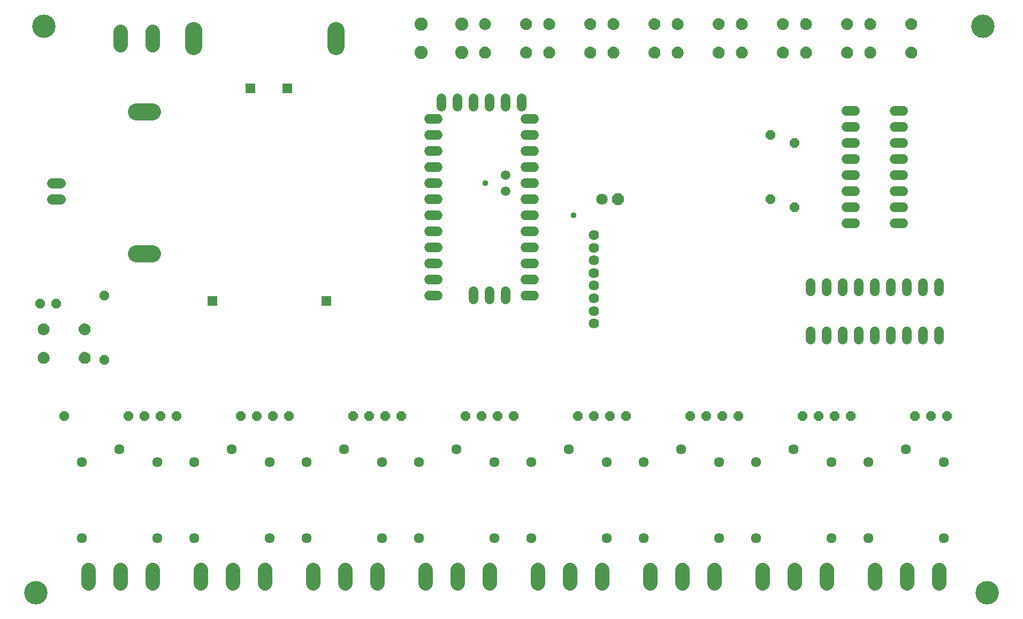
<source format=gbr>
G04 EAGLE Gerber RS-274X export*
G75*
%MOMM*%
%FSLAX34Y34*%
%LPD*%
%INSoldermask Bottom*%
%IPPOS*%
%AMOC8*
5,1,8,0,0,1.08239X$1,22.5*%
G01*
%ADD10C,3.703200*%
%ADD11P,1.951982X8X22.500000*%
%ADD12C,1.803400*%
%ADD13C,2.743200*%
%ADD14C,1.524000*%
%ADD15P,1.649562X8X202.500000*%
%ADD16P,1.649562X8X22.500000*%
%ADD17P,1.649562X8X112.500000*%
%ADD18P,1.649562X8X292.500000*%
%ADD19C,2.082800*%
%ADD20C,1.625600*%
%ADD21C,1.625600*%
%ADD22C,1.611200*%
%ADD23C,1.511200*%
%ADD24C,1.511200*%
%ADD25R,1.511200X1.511200*%
%ADD26C,2.298700*%
%ADD27C,0.959600*%

G36*
X121474Y457713D02*
X121474Y457713D01*
X121495Y457711D01*
X123186Y457863D01*
X123232Y457876D01*
X123308Y457886D01*
X124937Y458365D01*
X124965Y458379D01*
X124986Y458383D01*
X125011Y458397D01*
X125052Y458412D01*
X126556Y459199D01*
X126595Y459228D01*
X126660Y459267D01*
X127982Y460333D01*
X128014Y460369D01*
X128071Y460420D01*
X129160Y461723D01*
X129183Y461764D01*
X129230Y461825D01*
X130043Y463316D01*
X130058Y463361D01*
X130092Y463430D01*
X130599Y465050D01*
X130605Y465098D01*
X130624Y465172D01*
X130805Y466855D01*
X130830Y467053D01*
X130827Y467104D01*
X130831Y467195D01*
X130658Y468904D01*
X130645Y468950D01*
X130633Y469026D01*
X130130Y470668D01*
X130108Y470711D01*
X130082Y470783D01*
X129268Y472296D01*
X129238Y472333D01*
X129198Y472399D01*
X128105Y473723D01*
X128068Y473755D01*
X128017Y473811D01*
X126686Y474897D01*
X126643Y474920D01*
X126582Y474966D01*
X125065Y475771D01*
X125019Y475786D01*
X124950Y475818D01*
X124097Y476074D01*
X123304Y476312D01*
X123257Y476318D01*
X123182Y476336D01*
X121595Y476488D01*
X121578Y476495D01*
X121484Y476536D01*
X121474Y476536D01*
X121466Y476540D01*
X121279Y476551D01*
X119600Y476398D01*
X119553Y476385D01*
X119478Y476375D01*
X117861Y475897D01*
X117818Y475876D01*
X117746Y475851D01*
X116254Y475067D01*
X116216Y475037D01*
X116150Y474999D01*
X114839Y473939D01*
X114808Y473903D01*
X114751Y473852D01*
X113672Y472557D01*
X113648Y472515D01*
X113602Y472454D01*
X112796Y470973D01*
X112781Y470928D01*
X112748Y470859D01*
X112247Y469250D01*
X112241Y469202D01*
X112222Y469128D01*
X112047Y467475D01*
X112000Y467219D01*
X112000Y467197D01*
X111993Y467037D01*
X112178Y465320D01*
X112191Y465273D01*
X112203Y465198D01*
X112719Y463549D01*
X112741Y463506D01*
X112767Y463435D01*
X113595Y461918D01*
X113625Y461880D01*
X113665Y461815D01*
X114773Y460489D01*
X114809Y460458D01*
X114861Y460402D01*
X116206Y459318D01*
X116248Y459295D01*
X116310Y459249D01*
X117841Y458448D01*
X117887Y458434D01*
X117956Y458402D01*
X119613Y457914D01*
X119661Y457909D01*
X119736Y457891D01*
X121204Y457759D01*
X121232Y457743D01*
X121271Y457737D01*
X121308Y457722D01*
X121404Y457717D01*
X121454Y457709D01*
X121474Y457713D01*
G37*
G36*
X56450Y457688D02*
X56450Y457688D01*
X56471Y457686D01*
X58162Y457838D01*
X58208Y457851D01*
X58284Y457861D01*
X59913Y458340D01*
X59941Y458354D01*
X59962Y458358D01*
X59987Y458372D01*
X60028Y458387D01*
X61532Y459174D01*
X61571Y459203D01*
X61636Y459242D01*
X62958Y460308D01*
X62990Y460344D01*
X63047Y460395D01*
X64136Y461698D01*
X64159Y461739D01*
X64206Y461800D01*
X65019Y463291D01*
X65034Y463336D01*
X65068Y463405D01*
X65575Y465025D01*
X65581Y465073D01*
X65600Y465147D01*
X65781Y466830D01*
X65806Y467028D01*
X65803Y467079D01*
X65807Y467170D01*
X65634Y468879D01*
X65621Y468925D01*
X65609Y469001D01*
X65106Y470643D01*
X65084Y470686D01*
X65058Y470758D01*
X64244Y472271D01*
X64214Y472308D01*
X64174Y472374D01*
X63081Y473698D01*
X63044Y473730D01*
X62993Y473786D01*
X61662Y474872D01*
X61619Y474895D01*
X61558Y474941D01*
X60041Y475746D01*
X59995Y475761D01*
X59926Y475793D01*
X59073Y476049D01*
X58280Y476287D01*
X58233Y476293D01*
X58158Y476311D01*
X56571Y476463D01*
X56554Y476470D01*
X56460Y476511D01*
X56450Y476511D01*
X56442Y476515D01*
X56255Y476526D01*
X54576Y476373D01*
X54529Y476360D01*
X54454Y476350D01*
X52837Y475872D01*
X52794Y475851D01*
X52722Y475826D01*
X51230Y475042D01*
X51192Y475012D01*
X51126Y474974D01*
X49815Y473914D01*
X49784Y473878D01*
X49727Y473827D01*
X48648Y472532D01*
X48624Y472490D01*
X48578Y472429D01*
X47772Y470948D01*
X47757Y470903D01*
X47724Y470834D01*
X47223Y469225D01*
X47217Y469177D01*
X47198Y469103D01*
X47023Y467450D01*
X46976Y467194D01*
X46976Y467172D01*
X46969Y467012D01*
X47154Y465295D01*
X47167Y465248D01*
X47179Y465173D01*
X47695Y463524D01*
X47717Y463481D01*
X47743Y463410D01*
X48571Y461893D01*
X48601Y461855D01*
X48641Y461790D01*
X49749Y460464D01*
X49785Y460433D01*
X49837Y460377D01*
X51182Y459293D01*
X51224Y459270D01*
X51286Y459224D01*
X52817Y458423D01*
X52863Y458409D01*
X52932Y458377D01*
X54589Y457889D01*
X54637Y457884D01*
X54712Y457866D01*
X56180Y457734D01*
X56208Y457718D01*
X56247Y457712D01*
X56284Y457697D01*
X56380Y457692D01*
X56430Y457684D01*
X56450Y457688D01*
G37*
G36*
X56450Y412450D02*
X56450Y412450D01*
X56471Y412448D01*
X58162Y412600D01*
X58208Y412613D01*
X58284Y412623D01*
X59913Y413102D01*
X59941Y413116D01*
X59962Y413120D01*
X59987Y413134D01*
X60028Y413149D01*
X61532Y413936D01*
X61571Y413965D01*
X61636Y414004D01*
X62958Y415070D01*
X62990Y415106D01*
X63047Y415157D01*
X64136Y416460D01*
X64159Y416501D01*
X64206Y416562D01*
X65019Y418053D01*
X65034Y418098D01*
X65068Y418167D01*
X65575Y419787D01*
X65581Y419835D01*
X65600Y419909D01*
X65781Y421592D01*
X65806Y421790D01*
X65803Y421841D01*
X65807Y421932D01*
X65634Y423641D01*
X65621Y423687D01*
X65609Y423763D01*
X65106Y425405D01*
X65084Y425448D01*
X65058Y425520D01*
X64244Y427033D01*
X64214Y427070D01*
X64174Y427136D01*
X63081Y428460D01*
X63044Y428492D01*
X62993Y428548D01*
X61662Y429634D01*
X61619Y429657D01*
X61558Y429703D01*
X60041Y430508D01*
X59995Y430523D01*
X59926Y430555D01*
X59073Y430811D01*
X58280Y431049D01*
X58233Y431055D01*
X58158Y431073D01*
X56571Y431225D01*
X56554Y431232D01*
X56460Y431273D01*
X56450Y431273D01*
X56442Y431277D01*
X56255Y431288D01*
X54576Y431135D01*
X54529Y431122D01*
X54454Y431112D01*
X52837Y430634D01*
X52794Y430613D01*
X52722Y430588D01*
X51230Y429804D01*
X51192Y429774D01*
X51126Y429736D01*
X49815Y428676D01*
X49784Y428640D01*
X49727Y428589D01*
X48648Y427294D01*
X48624Y427252D01*
X48578Y427191D01*
X47772Y425710D01*
X47757Y425665D01*
X47724Y425596D01*
X47223Y423987D01*
X47217Y423939D01*
X47198Y423865D01*
X47023Y422212D01*
X46976Y421956D01*
X46976Y421934D01*
X46969Y421774D01*
X47154Y420057D01*
X47167Y420010D01*
X47179Y419935D01*
X47695Y418286D01*
X47717Y418243D01*
X47743Y418172D01*
X48571Y416655D01*
X48601Y416617D01*
X48641Y416552D01*
X49749Y415226D01*
X49785Y415195D01*
X49837Y415139D01*
X51182Y414055D01*
X51224Y414032D01*
X51286Y413986D01*
X52817Y413185D01*
X52863Y413171D01*
X52932Y413139D01*
X54589Y412651D01*
X54637Y412646D01*
X54712Y412628D01*
X56180Y412496D01*
X56208Y412480D01*
X56247Y412474D01*
X56284Y412459D01*
X56380Y412454D01*
X56430Y412446D01*
X56450Y412450D01*
G37*
G36*
X121525Y412425D02*
X121525Y412425D01*
X121546Y412423D01*
X123237Y412575D01*
X123283Y412588D01*
X123359Y412598D01*
X124988Y413077D01*
X125016Y413091D01*
X125037Y413095D01*
X125062Y413109D01*
X125103Y413124D01*
X126607Y413911D01*
X126646Y413940D01*
X126711Y413979D01*
X128033Y415045D01*
X128065Y415081D01*
X128122Y415132D01*
X129211Y416435D01*
X129234Y416476D01*
X129281Y416537D01*
X130094Y418028D01*
X130109Y418073D01*
X130143Y418142D01*
X130650Y419762D01*
X130656Y419810D01*
X130675Y419884D01*
X130856Y421567D01*
X130881Y421765D01*
X130878Y421816D01*
X130882Y421907D01*
X130709Y423616D01*
X130696Y423662D01*
X130684Y423738D01*
X130181Y425380D01*
X130159Y425423D01*
X130133Y425495D01*
X129319Y427008D01*
X129289Y427045D01*
X129249Y427111D01*
X128156Y428435D01*
X128119Y428467D01*
X128068Y428523D01*
X126737Y429609D01*
X126694Y429632D01*
X126633Y429678D01*
X125116Y430483D01*
X125070Y430498D01*
X125001Y430530D01*
X124148Y430786D01*
X123355Y431024D01*
X123308Y431030D01*
X123233Y431048D01*
X121646Y431200D01*
X121629Y431207D01*
X121535Y431248D01*
X121525Y431248D01*
X121517Y431252D01*
X121330Y431263D01*
X119651Y431110D01*
X119604Y431097D01*
X119529Y431087D01*
X117912Y430609D01*
X117869Y430588D01*
X117797Y430563D01*
X116305Y429779D01*
X116267Y429749D01*
X116201Y429711D01*
X114890Y428651D01*
X114859Y428615D01*
X114802Y428564D01*
X113723Y427269D01*
X113699Y427227D01*
X113653Y427166D01*
X112847Y425685D01*
X112832Y425640D01*
X112799Y425571D01*
X112298Y423962D01*
X112292Y423914D01*
X112273Y423840D01*
X112098Y422187D01*
X112051Y421931D01*
X112051Y421909D01*
X112044Y421749D01*
X112229Y420032D01*
X112242Y419985D01*
X112254Y419910D01*
X112770Y418261D01*
X112792Y418218D01*
X112818Y418147D01*
X113646Y416630D01*
X113676Y416592D01*
X113716Y416527D01*
X114824Y415201D01*
X114860Y415170D01*
X114912Y415114D01*
X116257Y414030D01*
X116299Y414007D01*
X116361Y413961D01*
X117892Y413160D01*
X117938Y413146D01*
X118007Y413114D01*
X119664Y412626D01*
X119712Y412621D01*
X119787Y412603D01*
X121255Y412471D01*
X121283Y412455D01*
X121322Y412449D01*
X121359Y412434D01*
X121455Y412429D01*
X121505Y412421D01*
X121525Y412425D01*
G37*
G36*
X1366249Y940490D02*
X1366249Y940490D01*
X1366296Y940503D01*
X1366371Y940513D01*
X1367988Y940991D01*
X1368016Y941005D01*
X1368037Y941009D01*
X1368061Y941023D01*
X1368103Y941037D01*
X1369595Y941821D01*
X1369633Y941851D01*
X1369699Y941889D01*
X1371010Y942949D01*
X1371041Y942985D01*
X1371098Y943036D01*
X1372177Y944331D01*
X1372201Y944373D01*
X1372247Y944434D01*
X1373053Y945915D01*
X1373068Y945960D01*
X1373101Y946029D01*
X1373602Y947638D01*
X1373608Y947686D01*
X1373627Y947760D01*
X1373802Y949413D01*
X1373849Y949669D01*
X1373849Y949691D01*
X1373856Y949851D01*
X1373671Y951569D01*
X1373658Y951615D01*
X1373646Y951690D01*
X1373130Y953339D01*
X1373108Y953382D01*
X1373082Y953453D01*
X1372254Y954970D01*
X1372224Y955008D01*
X1372184Y955073D01*
X1371077Y956399D01*
X1371040Y956430D01*
X1370988Y956486D01*
X1369643Y957570D01*
X1369601Y957593D01*
X1369539Y957639D01*
X1368008Y958440D01*
X1367962Y958454D01*
X1367893Y958486D01*
X1366236Y958974D01*
X1366188Y958979D01*
X1366114Y958997D01*
X1364645Y959129D01*
X1364617Y959145D01*
X1364578Y959151D01*
X1364541Y959166D01*
X1364445Y959171D01*
X1364395Y959179D01*
X1364375Y959176D01*
X1364354Y959177D01*
X1362663Y959025D01*
X1362617Y959012D01*
X1362541Y959002D01*
X1360912Y958523D01*
X1360869Y958502D01*
X1360797Y958476D01*
X1359293Y957689D01*
X1359255Y957660D01*
X1359189Y957621D01*
X1357867Y956555D01*
X1357835Y956519D01*
X1357778Y956468D01*
X1356689Y955165D01*
X1356666Y955124D01*
X1356619Y955063D01*
X1355806Y953572D01*
X1355791Y953527D01*
X1355757Y953458D01*
X1355250Y951838D01*
X1355244Y951790D01*
X1355225Y951716D01*
X1355044Y950033D01*
X1355020Y949835D01*
X1355022Y949784D01*
X1355018Y949693D01*
X1355191Y947984D01*
X1355205Y947938D01*
X1355216Y947862D01*
X1355719Y946220D01*
X1355741Y946177D01*
X1355767Y946105D01*
X1356581Y944592D01*
X1356611Y944555D01*
X1356651Y944489D01*
X1357744Y943165D01*
X1357781Y943133D01*
X1357832Y943077D01*
X1359163Y941991D01*
X1359206Y941968D01*
X1359267Y941922D01*
X1360784Y941117D01*
X1360830Y941102D01*
X1360899Y941070D01*
X1361142Y940997D01*
X1361143Y940997D01*
X1362545Y940576D01*
X1362592Y940570D01*
X1362667Y940552D01*
X1364254Y940400D01*
X1364271Y940394D01*
X1364365Y940352D01*
X1364375Y940352D01*
X1364383Y940348D01*
X1364570Y940337D01*
X1366249Y940490D01*
G37*
G36*
X959849Y940490D02*
X959849Y940490D01*
X959896Y940503D01*
X959971Y940513D01*
X961588Y940991D01*
X961616Y941005D01*
X961637Y941009D01*
X961661Y941023D01*
X961703Y941037D01*
X963195Y941821D01*
X963233Y941851D01*
X963299Y941889D01*
X964610Y942949D01*
X964641Y942985D01*
X964698Y943036D01*
X965777Y944331D01*
X965801Y944373D01*
X965847Y944434D01*
X966653Y945915D01*
X966668Y945960D01*
X966701Y946029D01*
X967202Y947638D01*
X967208Y947686D01*
X967227Y947760D01*
X967402Y949413D01*
X967449Y949669D01*
X967449Y949691D01*
X967456Y949851D01*
X967271Y951569D01*
X967258Y951615D01*
X967246Y951690D01*
X966730Y953339D01*
X966708Y953382D01*
X966682Y953453D01*
X965854Y954970D01*
X965824Y955008D01*
X965784Y955073D01*
X964677Y956399D01*
X964640Y956430D01*
X964588Y956486D01*
X963243Y957570D01*
X963201Y957593D01*
X963139Y957639D01*
X961608Y958440D01*
X961562Y958454D01*
X961493Y958486D01*
X959836Y958974D01*
X959788Y958979D01*
X959714Y958997D01*
X958245Y959129D01*
X958217Y959145D01*
X958178Y959151D01*
X958141Y959166D01*
X958045Y959171D01*
X957995Y959179D01*
X957975Y959176D01*
X957954Y959177D01*
X956263Y959025D01*
X956217Y959012D01*
X956141Y959002D01*
X954512Y958523D01*
X954469Y958502D01*
X954397Y958476D01*
X952893Y957689D01*
X952855Y957660D01*
X952789Y957621D01*
X951467Y956555D01*
X951435Y956519D01*
X951378Y956468D01*
X950289Y955165D01*
X950266Y955124D01*
X950219Y955063D01*
X949406Y953572D01*
X949391Y953527D01*
X949357Y953458D01*
X948850Y951838D01*
X948844Y951790D01*
X948825Y951716D01*
X948644Y950033D01*
X948620Y949835D01*
X948622Y949784D01*
X948618Y949693D01*
X948791Y947984D01*
X948805Y947938D01*
X948816Y947862D01*
X949319Y946220D01*
X949341Y946177D01*
X949367Y946105D01*
X950181Y944592D01*
X950211Y944555D01*
X950251Y944489D01*
X951344Y943165D01*
X951381Y943133D01*
X951432Y943077D01*
X952763Y941991D01*
X952806Y941968D01*
X952867Y941922D01*
X954384Y941117D01*
X954430Y941102D01*
X954499Y941070D01*
X954742Y940997D01*
X954743Y940997D01*
X956145Y940576D01*
X956192Y940570D01*
X956267Y940552D01*
X957854Y940400D01*
X957871Y940394D01*
X957965Y940352D01*
X957975Y940352D01*
X957983Y940348D01*
X958170Y940337D01*
X959849Y940490D01*
G37*
G36*
X1264649Y940490D02*
X1264649Y940490D01*
X1264696Y940503D01*
X1264771Y940513D01*
X1266388Y940991D01*
X1266416Y941005D01*
X1266437Y941009D01*
X1266461Y941023D01*
X1266503Y941037D01*
X1267995Y941821D01*
X1268033Y941851D01*
X1268099Y941889D01*
X1269410Y942949D01*
X1269441Y942985D01*
X1269498Y943036D01*
X1270577Y944331D01*
X1270601Y944373D01*
X1270647Y944434D01*
X1271453Y945915D01*
X1271468Y945960D01*
X1271501Y946029D01*
X1272002Y947638D01*
X1272008Y947686D01*
X1272027Y947760D01*
X1272202Y949413D01*
X1272249Y949669D01*
X1272249Y949691D01*
X1272256Y949851D01*
X1272071Y951569D01*
X1272058Y951615D01*
X1272046Y951690D01*
X1271530Y953339D01*
X1271508Y953382D01*
X1271482Y953453D01*
X1270654Y954970D01*
X1270624Y955008D01*
X1270584Y955073D01*
X1269477Y956399D01*
X1269440Y956430D01*
X1269388Y956486D01*
X1268043Y957570D01*
X1268001Y957593D01*
X1267939Y957639D01*
X1266408Y958440D01*
X1266362Y958454D01*
X1266293Y958486D01*
X1264636Y958974D01*
X1264588Y958979D01*
X1264514Y958997D01*
X1263045Y959129D01*
X1263017Y959145D01*
X1262978Y959151D01*
X1262941Y959166D01*
X1262845Y959171D01*
X1262795Y959179D01*
X1262775Y959176D01*
X1262754Y959177D01*
X1261063Y959025D01*
X1261017Y959012D01*
X1260941Y959002D01*
X1259312Y958523D01*
X1259269Y958502D01*
X1259197Y958476D01*
X1257693Y957689D01*
X1257655Y957660D01*
X1257589Y957621D01*
X1256267Y956555D01*
X1256235Y956519D01*
X1256178Y956468D01*
X1255089Y955165D01*
X1255066Y955124D01*
X1255019Y955063D01*
X1254206Y953572D01*
X1254191Y953527D01*
X1254157Y953458D01*
X1253650Y951838D01*
X1253644Y951790D01*
X1253625Y951716D01*
X1253444Y950033D01*
X1253420Y949835D01*
X1253422Y949784D01*
X1253418Y949693D01*
X1253591Y947984D01*
X1253605Y947938D01*
X1253616Y947862D01*
X1254119Y946220D01*
X1254141Y946177D01*
X1254167Y946105D01*
X1254981Y944592D01*
X1255011Y944555D01*
X1255051Y944489D01*
X1256144Y943165D01*
X1256181Y943133D01*
X1256232Y943077D01*
X1257563Y941991D01*
X1257606Y941968D01*
X1257667Y941922D01*
X1259184Y941117D01*
X1259230Y941102D01*
X1259299Y941070D01*
X1259542Y940997D01*
X1259543Y940997D01*
X1260945Y940576D01*
X1260992Y940570D01*
X1261067Y940552D01*
X1262654Y940400D01*
X1262671Y940394D01*
X1262765Y940352D01*
X1262775Y940352D01*
X1262783Y940348D01*
X1262970Y940337D01*
X1264649Y940490D01*
G37*
G36*
X1061449Y940490D02*
X1061449Y940490D01*
X1061496Y940503D01*
X1061571Y940513D01*
X1063188Y940991D01*
X1063216Y941005D01*
X1063237Y941009D01*
X1063261Y941023D01*
X1063303Y941037D01*
X1064795Y941821D01*
X1064833Y941851D01*
X1064899Y941889D01*
X1066210Y942949D01*
X1066241Y942985D01*
X1066298Y943036D01*
X1067377Y944331D01*
X1067401Y944373D01*
X1067447Y944434D01*
X1068253Y945915D01*
X1068268Y945960D01*
X1068301Y946029D01*
X1068802Y947638D01*
X1068808Y947686D01*
X1068827Y947760D01*
X1069002Y949413D01*
X1069049Y949669D01*
X1069049Y949691D01*
X1069056Y949851D01*
X1068871Y951569D01*
X1068858Y951615D01*
X1068846Y951690D01*
X1068330Y953339D01*
X1068308Y953382D01*
X1068282Y953453D01*
X1067454Y954970D01*
X1067424Y955008D01*
X1067384Y955073D01*
X1066277Y956399D01*
X1066240Y956430D01*
X1066188Y956486D01*
X1064843Y957570D01*
X1064801Y957593D01*
X1064739Y957639D01*
X1063208Y958440D01*
X1063162Y958454D01*
X1063093Y958486D01*
X1061436Y958974D01*
X1061388Y958979D01*
X1061314Y958997D01*
X1059845Y959129D01*
X1059817Y959145D01*
X1059778Y959151D01*
X1059741Y959166D01*
X1059645Y959171D01*
X1059595Y959179D01*
X1059575Y959176D01*
X1059554Y959177D01*
X1057863Y959025D01*
X1057817Y959012D01*
X1057741Y959002D01*
X1056112Y958523D01*
X1056069Y958502D01*
X1055997Y958476D01*
X1054493Y957689D01*
X1054455Y957660D01*
X1054389Y957621D01*
X1053067Y956555D01*
X1053035Y956519D01*
X1052978Y956468D01*
X1051889Y955165D01*
X1051866Y955124D01*
X1051819Y955063D01*
X1051006Y953572D01*
X1050991Y953527D01*
X1050957Y953458D01*
X1050450Y951838D01*
X1050444Y951790D01*
X1050425Y951716D01*
X1050244Y950033D01*
X1050220Y949835D01*
X1050222Y949784D01*
X1050218Y949693D01*
X1050391Y947984D01*
X1050405Y947938D01*
X1050416Y947862D01*
X1050919Y946220D01*
X1050941Y946177D01*
X1050967Y946105D01*
X1051781Y944592D01*
X1051811Y944555D01*
X1051851Y944489D01*
X1052944Y943165D01*
X1052981Y943133D01*
X1053032Y943077D01*
X1054363Y941991D01*
X1054406Y941968D01*
X1054467Y941922D01*
X1055984Y941117D01*
X1056030Y941102D01*
X1056099Y941070D01*
X1056342Y940997D01*
X1056343Y940997D01*
X1057745Y940576D01*
X1057792Y940570D01*
X1057867Y940552D01*
X1059454Y940400D01*
X1059471Y940394D01*
X1059565Y940352D01*
X1059575Y940352D01*
X1059583Y940348D01*
X1059770Y940337D01*
X1061449Y940490D01*
G37*
G36*
X1163049Y940490D02*
X1163049Y940490D01*
X1163096Y940503D01*
X1163171Y940513D01*
X1164788Y940991D01*
X1164816Y941005D01*
X1164837Y941009D01*
X1164861Y941023D01*
X1164903Y941037D01*
X1166395Y941821D01*
X1166433Y941851D01*
X1166499Y941889D01*
X1167810Y942949D01*
X1167841Y942985D01*
X1167898Y943036D01*
X1168977Y944331D01*
X1169001Y944373D01*
X1169047Y944434D01*
X1169853Y945915D01*
X1169868Y945960D01*
X1169901Y946029D01*
X1170402Y947638D01*
X1170408Y947686D01*
X1170427Y947760D01*
X1170602Y949413D01*
X1170649Y949669D01*
X1170649Y949691D01*
X1170656Y949851D01*
X1170471Y951569D01*
X1170458Y951615D01*
X1170446Y951690D01*
X1169930Y953339D01*
X1169908Y953382D01*
X1169882Y953453D01*
X1169054Y954970D01*
X1169024Y955008D01*
X1168984Y955073D01*
X1167877Y956399D01*
X1167840Y956430D01*
X1167788Y956486D01*
X1166443Y957570D01*
X1166401Y957593D01*
X1166339Y957639D01*
X1164808Y958440D01*
X1164762Y958454D01*
X1164693Y958486D01*
X1163036Y958974D01*
X1162988Y958979D01*
X1162914Y958997D01*
X1161445Y959129D01*
X1161417Y959145D01*
X1161378Y959151D01*
X1161341Y959166D01*
X1161245Y959171D01*
X1161195Y959179D01*
X1161175Y959176D01*
X1161154Y959177D01*
X1159463Y959025D01*
X1159417Y959012D01*
X1159341Y959002D01*
X1157712Y958523D01*
X1157669Y958502D01*
X1157597Y958476D01*
X1156093Y957689D01*
X1156055Y957660D01*
X1155989Y957621D01*
X1154667Y956555D01*
X1154635Y956519D01*
X1154578Y956468D01*
X1153489Y955165D01*
X1153466Y955124D01*
X1153419Y955063D01*
X1152606Y953572D01*
X1152591Y953527D01*
X1152557Y953458D01*
X1152050Y951838D01*
X1152044Y951790D01*
X1152025Y951716D01*
X1151844Y950033D01*
X1151820Y949835D01*
X1151822Y949784D01*
X1151818Y949693D01*
X1151991Y947984D01*
X1152005Y947938D01*
X1152016Y947862D01*
X1152519Y946220D01*
X1152541Y946177D01*
X1152567Y946105D01*
X1153381Y944592D01*
X1153411Y944555D01*
X1153451Y944489D01*
X1154544Y943165D01*
X1154581Y943133D01*
X1154632Y943077D01*
X1155963Y941991D01*
X1156006Y941968D01*
X1156067Y941922D01*
X1157584Y941117D01*
X1157630Y941102D01*
X1157699Y941070D01*
X1157942Y940997D01*
X1157943Y940997D01*
X1159345Y940576D01*
X1159392Y940570D01*
X1159467Y940552D01*
X1161054Y940400D01*
X1161071Y940394D01*
X1161165Y940352D01*
X1161175Y940352D01*
X1161183Y940348D01*
X1161370Y940337D01*
X1163049Y940490D01*
G37*
G36*
X858249Y940490D02*
X858249Y940490D01*
X858296Y940503D01*
X858371Y940513D01*
X859988Y940991D01*
X860016Y941005D01*
X860037Y941009D01*
X860061Y941023D01*
X860103Y941037D01*
X861595Y941821D01*
X861633Y941851D01*
X861699Y941889D01*
X863010Y942949D01*
X863041Y942985D01*
X863098Y943036D01*
X864177Y944331D01*
X864201Y944373D01*
X864247Y944434D01*
X865053Y945915D01*
X865068Y945960D01*
X865101Y946029D01*
X865602Y947638D01*
X865608Y947686D01*
X865627Y947760D01*
X865802Y949413D01*
X865849Y949669D01*
X865849Y949691D01*
X865856Y949851D01*
X865671Y951569D01*
X865658Y951615D01*
X865646Y951690D01*
X865130Y953339D01*
X865108Y953382D01*
X865082Y953453D01*
X864254Y954970D01*
X864224Y955008D01*
X864184Y955073D01*
X863077Y956399D01*
X863040Y956430D01*
X862988Y956486D01*
X861643Y957570D01*
X861601Y957593D01*
X861539Y957639D01*
X860008Y958440D01*
X859962Y958454D01*
X859893Y958486D01*
X858236Y958974D01*
X858188Y958979D01*
X858114Y958997D01*
X856645Y959129D01*
X856617Y959145D01*
X856578Y959151D01*
X856541Y959166D01*
X856445Y959171D01*
X856395Y959179D01*
X856375Y959176D01*
X856354Y959177D01*
X854663Y959025D01*
X854617Y959012D01*
X854541Y959002D01*
X852912Y958523D01*
X852869Y958502D01*
X852797Y958476D01*
X851293Y957689D01*
X851255Y957660D01*
X851189Y957621D01*
X849867Y956555D01*
X849835Y956519D01*
X849778Y956468D01*
X848689Y955165D01*
X848666Y955124D01*
X848619Y955063D01*
X847806Y953572D01*
X847791Y953527D01*
X847757Y953458D01*
X847250Y951838D01*
X847244Y951790D01*
X847225Y951716D01*
X847044Y950033D01*
X847020Y949835D01*
X847022Y949784D01*
X847018Y949693D01*
X847191Y947984D01*
X847205Y947938D01*
X847216Y947862D01*
X847719Y946220D01*
X847741Y946177D01*
X847767Y946105D01*
X848581Y944592D01*
X848611Y944555D01*
X848651Y944489D01*
X849744Y943165D01*
X849781Y943133D01*
X849832Y943077D01*
X851163Y941991D01*
X851206Y941968D01*
X851267Y941922D01*
X852784Y941117D01*
X852830Y941102D01*
X852899Y941070D01*
X853142Y940997D01*
X853143Y940997D01*
X854545Y940576D01*
X854592Y940570D01*
X854667Y940552D01*
X856254Y940400D01*
X856271Y940394D01*
X856365Y940352D01*
X856375Y940352D01*
X856383Y940348D01*
X856570Y940337D01*
X858249Y940490D01*
G37*
G36*
X756649Y940490D02*
X756649Y940490D01*
X756696Y940503D01*
X756771Y940513D01*
X758388Y940991D01*
X758416Y941005D01*
X758437Y941009D01*
X758461Y941023D01*
X758503Y941037D01*
X759995Y941821D01*
X760033Y941851D01*
X760099Y941889D01*
X761410Y942949D01*
X761441Y942985D01*
X761498Y943036D01*
X762577Y944331D01*
X762601Y944373D01*
X762647Y944434D01*
X763453Y945915D01*
X763468Y945960D01*
X763501Y946029D01*
X764002Y947638D01*
X764008Y947686D01*
X764027Y947760D01*
X764202Y949413D01*
X764249Y949669D01*
X764249Y949691D01*
X764256Y949851D01*
X764071Y951569D01*
X764058Y951615D01*
X764046Y951690D01*
X763530Y953339D01*
X763508Y953382D01*
X763482Y953453D01*
X762654Y954970D01*
X762624Y955008D01*
X762584Y955073D01*
X761477Y956399D01*
X761440Y956430D01*
X761388Y956486D01*
X760043Y957570D01*
X760001Y957593D01*
X759939Y957639D01*
X758408Y958440D01*
X758362Y958454D01*
X758293Y958486D01*
X756636Y958974D01*
X756588Y958979D01*
X756514Y958997D01*
X755045Y959129D01*
X755017Y959145D01*
X754978Y959151D01*
X754941Y959166D01*
X754845Y959171D01*
X754795Y959179D01*
X754775Y959176D01*
X754754Y959177D01*
X753063Y959025D01*
X753017Y959012D01*
X752941Y959002D01*
X751312Y958523D01*
X751269Y958502D01*
X751197Y958476D01*
X749693Y957689D01*
X749655Y957660D01*
X749589Y957621D01*
X748267Y956555D01*
X748235Y956519D01*
X748178Y956468D01*
X747089Y955165D01*
X747066Y955124D01*
X747019Y955063D01*
X746206Y953572D01*
X746191Y953527D01*
X746157Y953458D01*
X745650Y951838D01*
X745644Y951790D01*
X745625Y951716D01*
X745444Y950033D01*
X745420Y949835D01*
X745422Y949784D01*
X745418Y949693D01*
X745591Y947984D01*
X745605Y947938D01*
X745616Y947862D01*
X746119Y946220D01*
X746141Y946177D01*
X746167Y946105D01*
X746981Y944592D01*
X747011Y944555D01*
X747051Y944489D01*
X748144Y943165D01*
X748181Y943133D01*
X748232Y943077D01*
X749563Y941991D01*
X749606Y941968D01*
X749667Y941922D01*
X751184Y941117D01*
X751230Y941102D01*
X751299Y941070D01*
X751542Y940997D01*
X751543Y940997D01*
X752945Y940576D01*
X752992Y940570D01*
X753067Y940552D01*
X754654Y940400D01*
X754671Y940394D01*
X754765Y940352D01*
X754775Y940352D01*
X754783Y940348D01*
X754970Y940337D01*
X756649Y940490D01*
G37*
G36*
X1431324Y940465D02*
X1431324Y940465D01*
X1431371Y940478D01*
X1431446Y940488D01*
X1433063Y940966D01*
X1433091Y940980D01*
X1433112Y940984D01*
X1433136Y940998D01*
X1433178Y941012D01*
X1434670Y941796D01*
X1434708Y941826D01*
X1434774Y941864D01*
X1436085Y942924D01*
X1436116Y942960D01*
X1436173Y943011D01*
X1437252Y944306D01*
X1437276Y944348D01*
X1437322Y944409D01*
X1438128Y945890D01*
X1438143Y945935D01*
X1438176Y946004D01*
X1438677Y947613D01*
X1438683Y947661D01*
X1438702Y947735D01*
X1438877Y949388D01*
X1438924Y949644D01*
X1438924Y949666D01*
X1438931Y949826D01*
X1438746Y951544D01*
X1438733Y951590D01*
X1438721Y951665D01*
X1438205Y953314D01*
X1438183Y953357D01*
X1438157Y953428D01*
X1437329Y954945D01*
X1437299Y954983D01*
X1437259Y955048D01*
X1436152Y956374D01*
X1436115Y956405D01*
X1436063Y956461D01*
X1434718Y957545D01*
X1434676Y957568D01*
X1434614Y957614D01*
X1433083Y958415D01*
X1433037Y958429D01*
X1432968Y958461D01*
X1431311Y958949D01*
X1431263Y958954D01*
X1431189Y958972D01*
X1429720Y959104D01*
X1429692Y959120D01*
X1429653Y959126D01*
X1429616Y959141D01*
X1429520Y959146D01*
X1429470Y959154D01*
X1429450Y959151D01*
X1429429Y959152D01*
X1427738Y959000D01*
X1427692Y958987D01*
X1427616Y958977D01*
X1425987Y958498D01*
X1425944Y958477D01*
X1425872Y958451D01*
X1424368Y957664D01*
X1424330Y957635D01*
X1424264Y957596D01*
X1422942Y956530D01*
X1422910Y956494D01*
X1422853Y956443D01*
X1421764Y955140D01*
X1421741Y955099D01*
X1421694Y955038D01*
X1420881Y953547D01*
X1420866Y953502D01*
X1420832Y953433D01*
X1420325Y951813D01*
X1420319Y951765D01*
X1420300Y951691D01*
X1420119Y950008D01*
X1420095Y949810D01*
X1420097Y949759D01*
X1420093Y949668D01*
X1420266Y947959D01*
X1420280Y947913D01*
X1420291Y947837D01*
X1420794Y946195D01*
X1420816Y946152D01*
X1420842Y946080D01*
X1421656Y944567D01*
X1421686Y944530D01*
X1421726Y944464D01*
X1422819Y943140D01*
X1422856Y943108D01*
X1422907Y943052D01*
X1424238Y941966D01*
X1424281Y941943D01*
X1424342Y941897D01*
X1425859Y941092D01*
X1425905Y941077D01*
X1425974Y941045D01*
X1426217Y940972D01*
X1426218Y940972D01*
X1427620Y940551D01*
X1427667Y940545D01*
X1427742Y940527D01*
X1429329Y940375D01*
X1429346Y940369D01*
X1429440Y940327D01*
X1429450Y940327D01*
X1429458Y940323D01*
X1429645Y940312D01*
X1431324Y940465D01*
G37*
G36*
X923324Y940465D02*
X923324Y940465D01*
X923371Y940478D01*
X923446Y940488D01*
X925063Y940966D01*
X925091Y940980D01*
X925112Y940984D01*
X925136Y940998D01*
X925178Y941012D01*
X926670Y941796D01*
X926708Y941826D01*
X926774Y941864D01*
X928085Y942924D01*
X928116Y942960D01*
X928173Y943011D01*
X929252Y944306D01*
X929276Y944348D01*
X929322Y944409D01*
X930128Y945890D01*
X930143Y945935D01*
X930176Y946004D01*
X930677Y947613D01*
X930683Y947661D01*
X930702Y947735D01*
X930877Y949388D01*
X930924Y949644D01*
X930924Y949666D01*
X930931Y949826D01*
X930746Y951544D01*
X930733Y951590D01*
X930721Y951665D01*
X930205Y953314D01*
X930183Y953357D01*
X930157Y953428D01*
X929329Y954945D01*
X929299Y954983D01*
X929259Y955048D01*
X928152Y956374D01*
X928115Y956405D01*
X928063Y956461D01*
X926718Y957545D01*
X926676Y957568D01*
X926614Y957614D01*
X925083Y958415D01*
X925037Y958429D01*
X924968Y958461D01*
X923311Y958949D01*
X923263Y958954D01*
X923189Y958972D01*
X921720Y959104D01*
X921692Y959120D01*
X921653Y959126D01*
X921616Y959141D01*
X921520Y959146D01*
X921470Y959154D01*
X921450Y959151D01*
X921429Y959152D01*
X919738Y959000D01*
X919692Y958987D01*
X919616Y958977D01*
X917987Y958498D01*
X917944Y958477D01*
X917872Y958451D01*
X916368Y957664D01*
X916330Y957635D01*
X916264Y957596D01*
X914942Y956530D01*
X914910Y956494D01*
X914853Y956443D01*
X913764Y955140D01*
X913741Y955099D01*
X913694Y955038D01*
X912881Y953547D01*
X912866Y953502D01*
X912832Y953433D01*
X912325Y951813D01*
X912319Y951765D01*
X912300Y951691D01*
X912119Y950008D01*
X912095Y949810D01*
X912097Y949759D01*
X912093Y949668D01*
X912266Y947959D01*
X912280Y947913D01*
X912291Y947837D01*
X912794Y946195D01*
X912816Y946152D01*
X912842Y946080D01*
X913656Y944567D01*
X913686Y944530D01*
X913726Y944464D01*
X914819Y943140D01*
X914856Y943108D01*
X914907Y943052D01*
X916238Y941966D01*
X916281Y941943D01*
X916342Y941897D01*
X917859Y941092D01*
X917905Y941077D01*
X917974Y941045D01*
X918217Y940972D01*
X918218Y940972D01*
X919620Y940551D01*
X919667Y940545D01*
X919742Y940527D01*
X921329Y940375D01*
X921346Y940369D01*
X921440Y940327D01*
X921450Y940327D01*
X921458Y940323D01*
X921645Y940312D01*
X923324Y940465D01*
G37*
G36*
X1024924Y940465D02*
X1024924Y940465D01*
X1024971Y940478D01*
X1025046Y940488D01*
X1026663Y940966D01*
X1026691Y940980D01*
X1026712Y940984D01*
X1026736Y940998D01*
X1026778Y941012D01*
X1028270Y941796D01*
X1028308Y941826D01*
X1028374Y941864D01*
X1029685Y942924D01*
X1029716Y942960D01*
X1029773Y943011D01*
X1030852Y944306D01*
X1030876Y944348D01*
X1030922Y944409D01*
X1031728Y945890D01*
X1031743Y945935D01*
X1031776Y946004D01*
X1032277Y947613D01*
X1032283Y947661D01*
X1032302Y947735D01*
X1032477Y949388D01*
X1032524Y949644D01*
X1032524Y949666D01*
X1032531Y949826D01*
X1032346Y951544D01*
X1032333Y951590D01*
X1032321Y951665D01*
X1031805Y953314D01*
X1031783Y953357D01*
X1031757Y953428D01*
X1030929Y954945D01*
X1030899Y954983D01*
X1030859Y955048D01*
X1029752Y956374D01*
X1029715Y956405D01*
X1029663Y956461D01*
X1028318Y957545D01*
X1028276Y957568D01*
X1028214Y957614D01*
X1026683Y958415D01*
X1026637Y958429D01*
X1026568Y958461D01*
X1024911Y958949D01*
X1024863Y958954D01*
X1024789Y958972D01*
X1023320Y959104D01*
X1023292Y959120D01*
X1023253Y959126D01*
X1023216Y959141D01*
X1023120Y959146D01*
X1023070Y959154D01*
X1023050Y959151D01*
X1023029Y959152D01*
X1021338Y959000D01*
X1021292Y958987D01*
X1021216Y958977D01*
X1019587Y958498D01*
X1019544Y958477D01*
X1019472Y958451D01*
X1017968Y957664D01*
X1017930Y957635D01*
X1017864Y957596D01*
X1016542Y956530D01*
X1016510Y956494D01*
X1016453Y956443D01*
X1015364Y955140D01*
X1015341Y955099D01*
X1015294Y955038D01*
X1014481Y953547D01*
X1014466Y953502D01*
X1014432Y953433D01*
X1013925Y951813D01*
X1013919Y951765D01*
X1013900Y951691D01*
X1013719Y950008D01*
X1013695Y949810D01*
X1013697Y949759D01*
X1013693Y949668D01*
X1013866Y947959D01*
X1013880Y947913D01*
X1013891Y947837D01*
X1014394Y946195D01*
X1014416Y946152D01*
X1014442Y946080D01*
X1015256Y944567D01*
X1015286Y944530D01*
X1015326Y944464D01*
X1016419Y943140D01*
X1016456Y943108D01*
X1016507Y943052D01*
X1017838Y941966D01*
X1017881Y941943D01*
X1017942Y941897D01*
X1019459Y941092D01*
X1019505Y941077D01*
X1019574Y941045D01*
X1019817Y940972D01*
X1019818Y940972D01*
X1021220Y940551D01*
X1021267Y940545D01*
X1021342Y940527D01*
X1022929Y940375D01*
X1022946Y940369D01*
X1023040Y940327D01*
X1023050Y940327D01*
X1023058Y940323D01*
X1023245Y940312D01*
X1024924Y940465D01*
G37*
G36*
X821724Y940465D02*
X821724Y940465D01*
X821771Y940478D01*
X821846Y940488D01*
X823463Y940966D01*
X823491Y940980D01*
X823512Y940984D01*
X823536Y940998D01*
X823578Y941012D01*
X825070Y941796D01*
X825108Y941826D01*
X825174Y941864D01*
X826485Y942924D01*
X826516Y942960D01*
X826573Y943011D01*
X827652Y944306D01*
X827676Y944348D01*
X827722Y944409D01*
X828528Y945890D01*
X828543Y945935D01*
X828576Y946004D01*
X829077Y947613D01*
X829083Y947661D01*
X829102Y947735D01*
X829277Y949388D01*
X829324Y949644D01*
X829324Y949666D01*
X829331Y949826D01*
X829146Y951544D01*
X829133Y951590D01*
X829121Y951665D01*
X828605Y953314D01*
X828583Y953357D01*
X828557Y953428D01*
X827729Y954945D01*
X827699Y954983D01*
X827659Y955048D01*
X826552Y956374D01*
X826515Y956405D01*
X826463Y956461D01*
X825118Y957545D01*
X825076Y957568D01*
X825014Y957614D01*
X823483Y958415D01*
X823437Y958429D01*
X823368Y958461D01*
X821711Y958949D01*
X821663Y958954D01*
X821589Y958972D01*
X820120Y959104D01*
X820092Y959120D01*
X820053Y959126D01*
X820016Y959141D01*
X819920Y959146D01*
X819870Y959154D01*
X819850Y959151D01*
X819829Y959152D01*
X818138Y959000D01*
X818092Y958987D01*
X818016Y958977D01*
X816387Y958498D01*
X816344Y958477D01*
X816272Y958451D01*
X814768Y957664D01*
X814730Y957635D01*
X814664Y957596D01*
X813342Y956530D01*
X813310Y956494D01*
X813253Y956443D01*
X812164Y955140D01*
X812141Y955099D01*
X812094Y955038D01*
X811281Y953547D01*
X811266Y953502D01*
X811232Y953433D01*
X810725Y951813D01*
X810719Y951765D01*
X810700Y951691D01*
X810519Y950008D01*
X810495Y949810D01*
X810497Y949759D01*
X810493Y949668D01*
X810666Y947959D01*
X810680Y947913D01*
X810691Y947837D01*
X811194Y946195D01*
X811216Y946152D01*
X811242Y946080D01*
X812056Y944567D01*
X812086Y944530D01*
X812126Y944464D01*
X813219Y943140D01*
X813256Y943108D01*
X813307Y943052D01*
X814638Y941966D01*
X814681Y941943D01*
X814742Y941897D01*
X816259Y941092D01*
X816305Y941077D01*
X816374Y941045D01*
X816617Y940972D01*
X816618Y940972D01*
X818020Y940551D01*
X818067Y940545D01*
X818142Y940527D01*
X819729Y940375D01*
X819746Y940369D01*
X819840Y940327D01*
X819850Y940327D01*
X819858Y940323D01*
X820045Y940312D01*
X821724Y940465D01*
G37*
G36*
X1329724Y940465D02*
X1329724Y940465D01*
X1329771Y940478D01*
X1329846Y940488D01*
X1331463Y940966D01*
X1331491Y940980D01*
X1331512Y940984D01*
X1331536Y940998D01*
X1331578Y941012D01*
X1333070Y941796D01*
X1333108Y941826D01*
X1333174Y941864D01*
X1334485Y942924D01*
X1334516Y942960D01*
X1334573Y943011D01*
X1335652Y944306D01*
X1335676Y944348D01*
X1335722Y944409D01*
X1336528Y945890D01*
X1336543Y945935D01*
X1336576Y946004D01*
X1337077Y947613D01*
X1337083Y947661D01*
X1337102Y947735D01*
X1337277Y949388D01*
X1337324Y949644D01*
X1337324Y949666D01*
X1337331Y949826D01*
X1337146Y951544D01*
X1337133Y951590D01*
X1337121Y951665D01*
X1336605Y953314D01*
X1336583Y953357D01*
X1336557Y953428D01*
X1335729Y954945D01*
X1335699Y954983D01*
X1335659Y955048D01*
X1334552Y956374D01*
X1334515Y956405D01*
X1334463Y956461D01*
X1333118Y957545D01*
X1333076Y957568D01*
X1333014Y957614D01*
X1331483Y958415D01*
X1331437Y958429D01*
X1331368Y958461D01*
X1329711Y958949D01*
X1329663Y958954D01*
X1329589Y958972D01*
X1328120Y959104D01*
X1328092Y959120D01*
X1328053Y959126D01*
X1328016Y959141D01*
X1327920Y959146D01*
X1327870Y959154D01*
X1327850Y959151D01*
X1327829Y959152D01*
X1326138Y959000D01*
X1326092Y958987D01*
X1326016Y958977D01*
X1324387Y958498D01*
X1324344Y958477D01*
X1324272Y958451D01*
X1322768Y957664D01*
X1322730Y957635D01*
X1322664Y957596D01*
X1321342Y956530D01*
X1321310Y956494D01*
X1321253Y956443D01*
X1320164Y955140D01*
X1320141Y955099D01*
X1320094Y955038D01*
X1319281Y953547D01*
X1319266Y953502D01*
X1319232Y953433D01*
X1318725Y951813D01*
X1318719Y951765D01*
X1318700Y951691D01*
X1318519Y950008D01*
X1318495Y949810D01*
X1318497Y949759D01*
X1318493Y949668D01*
X1318666Y947959D01*
X1318680Y947913D01*
X1318691Y947837D01*
X1319194Y946195D01*
X1319216Y946152D01*
X1319242Y946080D01*
X1320056Y944567D01*
X1320086Y944530D01*
X1320126Y944464D01*
X1321219Y943140D01*
X1321256Y943108D01*
X1321307Y943052D01*
X1322638Y941966D01*
X1322681Y941943D01*
X1322742Y941897D01*
X1324259Y941092D01*
X1324305Y941077D01*
X1324374Y941045D01*
X1324617Y940972D01*
X1324618Y940972D01*
X1326020Y940551D01*
X1326067Y940545D01*
X1326142Y940527D01*
X1327729Y940375D01*
X1327746Y940369D01*
X1327840Y940327D01*
X1327850Y940327D01*
X1327858Y940323D01*
X1328045Y940312D01*
X1329724Y940465D01*
G37*
G36*
X1126524Y940465D02*
X1126524Y940465D01*
X1126571Y940478D01*
X1126646Y940488D01*
X1128263Y940966D01*
X1128291Y940980D01*
X1128312Y940984D01*
X1128336Y940998D01*
X1128378Y941012D01*
X1129870Y941796D01*
X1129908Y941826D01*
X1129974Y941864D01*
X1131285Y942924D01*
X1131316Y942960D01*
X1131373Y943011D01*
X1132452Y944306D01*
X1132476Y944348D01*
X1132522Y944409D01*
X1133328Y945890D01*
X1133343Y945935D01*
X1133376Y946004D01*
X1133877Y947613D01*
X1133883Y947661D01*
X1133902Y947735D01*
X1134077Y949388D01*
X1134124Y949644D01*
X1134124Y949666D01*
X1134131Y949826D01*
X1133946Y951544D01*
X1133933Y951590D01*
X1133921Y951665D01*
X1133405Y953314D01*
X1133383Y953357D01*
X1133357Y953428D01*
X1132529Y954945D01*
X1132499Y954983D01*
X1132459Y955048D01*
X1131352Y956374D01*
X1131315Y956405D01*
X1131263Y956461D01*
X1129918Y957545D01*
X1129876Y957568D01*
X1129814Y957614D01*
X1128283Y958415D01*
X1128237Y958429D01*
X1128168Y958461D01*
X1126511Y958949D01*
X1126463Y958954D01*
X1126389Y958972D01*
X1124920Y959104D01*
X1124892Y959120D01*
X1124853Y959126D01*
X1124816Y959141D01*
X1124720Y959146D01*
X1124670Y959154D01*
X1124650Y959151D01*
X1124629Y959152D01*
X1122938Y959000D01*
X1122892Y958987D01*
X1122816Y958977D01*
X1121187Y958498D01*
X1121144Y958477D01*
X1121072Y958451D01*
X1119568Y957664D01*
X1119530Y957635D01*
X1119464Y957596D01*
X1118142Y956530D01*
X1118110Y956494D01*
X1118053Y956443D01*
X1116964Y955140D01*
X1116941Y955099D01*
X1116894Y955038D01*
X1116081Y953547D01*
X1116066Y953502D01*
X1116032Y953433D01*
X1115525Y951813D01*
X1115519Y951765D01*
X1115500Y951691D01*
X1115319Y950008D01*
X1115295Y949810D01*
X1115297Y949759D01*
X1115293Y949668D01*
X1115466Y947959D01*
X1115480Y947913D01*
X1115491Y947837D01*
X1115994Y946195D01*
X1116016Y946152D01*
X1116042Y946080D01*
X1116856Y944567D01*
X1116886Y944530D01*
X1116926Y944464D01*
X1118019Y943140D01*
X1118056Y943108D01*
X1118107Y943052D01*
X1119438Y941966D01*
X1119481Y941943D01*
X1119542Y941897D01*
X1121059Y941092D01*
X1121105Y941077D01*
X1121174Y941045D01*
X1121417Y940972D01*
X1121418Y940972D01*
X1122820Y940551D01*
X1122867Y940545D01*
X1122942Y940527D01*
X1124529Y940375D01*
X1124546Y940369D01*
X1124640Y940327D01*
X1124650Y940327D01*
X1124658Y940323D01*
X1124845Y940312D01*
X1126524Y940465D01*
G37*
G36*
X1228124Y940465D02*
X1228124Y940465D01*
X1228171Y940478D01*
X1228246Y940488D01*
X1229863Y940966D01*
X1229891Y940980D01*
X1229912Y940984D01*
X1229936Y940998D01*
X1229978Y941012D01*
X1231470Y941796D01*
X1231508Y941826D01*
X1231574Y941864D01*
X1232885Y942924D01*
X1232916Y942960D01*
X1232973Y943011D01*
X1234052Y944306D01*
X1234076Y944348D01*
X1234122Y944409D01*
X1234928Y945890D01*
X1234943Y945935D01*
X1234976Y946004D01*
X1235477Y947613D01*
X1235483Y947661D01*
X1235502Y947735D01*
X1235677Y949388D01*
X1235724Y949644D01*
X1235724Y949666D01*
X1235731Y949826D01*
X1235546Y951544D01*
X1235533Y951590D01*
X1235521Y951665D01*
X1235005Y953314D01*
X1234983Y953357D01*
X1234957Y953428D01*
X1234129Y954945D01*
X1234099Y954983D01*
X1234059Y955048D01*
X1232952Y956374D01*
X1232915Y956405D01*
X1232863Y956461D01*
X1231518Y957545D01*
X1231476Y957568D01*
X1231414Y957614D01*
X1229883Y958415D01*
X1229837Y958429D01*
X1229768Y958461D01*
X1228111Y958949D01*
X1228063Y958954D01*
X1227989Y958972D01*
X1226520Y959104D01*
X1226492Y959120D01*
X1226453Y959126D01*
X1226416Y959141D01*
X1226320Y959146D01*
X1226270Y959154D01*
X1226250Y959151D01*
X1226229Y959152D01*
X1224538Y959000D01*
X1224492Y958987D01*
X1224416Y958977D01*
X1222787Y958498D01*
X1222744Y958477D01*
X1222672Y958451D01*
X1221168Y957664D01*
X1221130Y957635D01*
X1221064Y957596D01*
X1219742Y956530D01*
X1219710Y956494D01*
X1219653Y956443D01*
X1218564Y955140D01*
X1218541Y955099D01*
X1218494Y955038D01*
X1217681Y953547D01*
X1217666Y953502D01*
X1217632Y953433D01*
X1217125Y951813D01*
X1217119Y951765D01*
X1217100Y951691D01*
X1216919Y950008D01*
X1216895Y949810D01*
X1216897Y949759D01*
X1216893Y949668D01*
X1217066Y947959D01*
X1217080Y947913D01*
X1217091Y947837D01*
X1217594Y946195D01*
X1217616Y946152D01*
X1217642Y946080D01*
X1218456Y944567D01*
X1218486Y944530D01*
X1218526Y944464D01*
X1219619Y943140D01*
X1219656Y943108D01*
X1219707Y943052D01*
X1221038Y941966D01*
X1221081Y941943D01*
X1221142Y941897D01*
X1222659Y941092D01*
X1222705Y941077D01*
X1222774Y941045D01*
X1223017Y940972D01*
X1223018Y940972D01*
X1224420Y940551D01*
X1224467Y940545D01*
X1224542Y940527D01*
X1226129Y940375D01*
X1226146Y940369D01*
X1226240Y940327D01*
X1226250Y940327D01*
X1226258Y940323D01*
X1226445Y940312D01*
X1228124Y940465D01*
G37*
G36*
X821724Y895227D02*
X821724Y895227D01*
X821771Y895240D01*
X821846Y895250D01*
X823463Y895728D01*
X823491Y895742D01*
X823512Y895746D01*
X823536Y895760D01*
X823578Y895774D01*
X825070Y896558D01*
X825108Y896588D01*
X825174Y896626D01*
X826485Y897686D01*
X826516Y897722D01*
X826573Y897773D01*
X827652Y899068D01*
X827676Y899110D01*
X827722Y899171D01*
X828528Y900652D01*
X828543Y900697D01*
X828576Y900766D01*
X829077Y902375D01*
X829083Y902423D01*
X829102Y902497D01*
X829277Y904150D01*
X829324Y904406D01*
X829324Y904428D01*
X829331Y904588D01*
X829146Y906306D01*
X829133Y906352D01*
X829121Y906427D01*
X828605Y908076D01*
X828583Y908119D01*
X828557Y908190D01*
X827729Y909707D01*
X827699Y909745D01*
X827659Y909810D01*
X826552Y911136D01*
X826515Y911167D01*
X826463Y911223D01*
X825118Y912307D01*
X825076Y912330D01*
X825014Y912376D01*
X823483Y913177D01*
X823437Y913191D01*
X823368Y913223D01*
X821711Y913711D01*
X821663Y913716D01*
X821589Y913734D01*
X820120Y913866D01*
X820092Y913882D01*
X820053Y913888D01*
X820016Y913903D01*
X819920Y913908D01*
X819870Y913916D01*
X819850Y913913D01*
X819829Y913914D01*
X818138Y913762D01*
X818092Y913749D01*
X818016Y913739D01*
X816387Y913260D01*
X816344Y913239D01*
X816272Y913213D01*
X814768Y912426D01*
X814730Y912397D01*
X814664Y912358D01*
X813342Y911292D01*
X813310Y911256D01*
X813253Y911205D01*
X812164Y909902D01*
X812141Y909861D01*
X812094Y909800D01*
X811281Y908309D01*
X811266Y908264D01*
X811232Y908195D01*
X810725Y906575D01*
X810719Y906527D01*
X810700Y906453D01*
X810519Y904770D01*
X810495Y904572D01*
X810497Y904521D01*
X810493Y904430D01*
X810666Y902721D01*
X810680Y902675D01*
X810691Y902599D01*
X811194Y900957D01*
X811216Y900914D01*
X811242Y900842D01*
X812056Y899329D01*
X812086Y899292D01*
X812126Y899226D01*
X813219Y897902D01*
X813256Y897870D01*
X813307Y897814D01*
X814638Y896728D01*
X814681Y896705D01*
X814742Y896659D01*
X816259Y895854D01*
X816305Y895839D01*
X816374Y895807D01*
X816617Y895734D01*
X816618Y895734D01*
X818020Y895313D01*
X818067Y895307D01*
X818142Y895289D01*
X819729Y895137D01*
X819746Y895131D01*
X819840Y895089D01*
X819850Y895089D01*
X819858Y895085D01*
X820045Y895074D01*
X821724Y895227D01*
G37*
G36*
X1024924Y895227D02*
X1024924Y895227D01*
X1024971Y895240D01*
X1025046Y895250D01*
X1026663Y895728D01*
X1026691Y895742D01*
X1026712Y895746D01*
X1026736Y895760D01*
X1026778Y895774D01*
X1028270Y896558D01*
X1028308Y896588D01*
X1028374Y896626D01*
X1029685Y897686D01*
X1029716Y897722D01*
X1029773Y897773D01*
X1030852Y899068D01*
X1030876Y899110D01*
X1030922Y899171D01*
X1031728Y900652D01*
X1031743Y900697D01*
X1031776Y900766D01*
X1032277Y902375D01*
X1032283Y902423D01*
X1032302Y902497D01*
X1032477Y904150D01*
X1032524Y904406D01*
X1032524Y904428D01*
X1032531Y904588D01*
X1032346Y906306D01*
X1032333Y906352D01*
X1032321Y906427D01*
X1031805Y908076D01*
X1031783Y908119D01*
X1031757Y908190D01*
X1030929Y909707D01*
X1030899Y909745D01*
X1030859Y909810D01*
X1029752Y911136D01*
X1029715Y911167D01*
X1029663Y911223D01*
X1028318Y912307D01*
X1028276Y912330D01*
X1028214Y912376D01*
X1026683Y913177D01*
X1026637Y913191D01*
X1026568Y913223D01*
X1024911Y913711D01*
X1024863Y913716D01*
X1024789Y913734D01*
X1023320Y913866D01*
X1023292Y913882D01*
X1023253Y913888D01*
X1023216Y913903D01*
X1023120Y913908D01*
X1023070Y913916D01*
X1023050Y913913D01*
X1023029Y913914D01*
X1021338Y913762D01*
X1021292Y913749D01*
X1021216Y913739D01*
X1019587Y913260D01*
X1019544Y913239D01*
X1019472Y913213D01*
X1017968Y912426D01*
X1017930Y912397D01*
X1017864Y912358D01*
X1016542Y911292D01*
X1016510Y911256D01*
X1016453Y911205D01*
X1015364Y909902D01*
X1015341Y909861D01*
X1015294Y909800D01*
X1014481Y908309D01*
X1014466Y908264D01*
X1014432Y908195D01*
X1013925Y906575D01*
X1013919Y906527D01*
X1013900Y906453D01*
X1013719Y904770D01*
X1013695Y904572D01*
X1013697Y904521D01*
X1013693Y904430D01*
X1013866Y902721D01*
X1013880Y902675D01*
X1013891Y902599D01*
X1014394Y900957D01*
X1014416Y900914D01*
X1014442Y900842D01*
X1015256Y899329D01*
X1015286Y899292D01*
X1015326Y899226D01*
X1016419Y897902D01*
X1016456Y897870D01*
X1016507Y897814D01*
X1017838Y896728D01*
X1017881Y896705D01*
X1017942Y896659D01*
X1019459Y895854D01*
X1019505Y895839D01*
X1019574Y895807D01*
X1019817Y895734D01*
X1019818Y895734D01*
X1021220Y895313D01*
X1021267Y895307D01*
X1021342Y895289D01*
X1022929Y895137D01*
X1022946Y895131D01*
X1023040Y895089D01*
X1023050Y895089D01*
X1023058Y895085D01*
X1023245Y895074D01*
X1024924Y895227D01*
G37*
G36*
X923324Y895227D02*
X923324Y895227D01*
X923371Y895240D01*
X923446Y895250D01*
X925063Y895728D01*
X925091Y895742D01*
X925112Y895746D01*
X925136Y895760D01*
X925178Y895774D01*
X926670Y896558D01*
X926708Y896588D01*
X926774Y896626D01*
X928085Y897686D01*
X928116Y897722D01*
X928173Y897773D01*
X929252Y899068D01*
X929276Y899110D01*
X929322Y899171D01*
X930128Y900652D01*
X930143Y900697D01*
X930176Y900766D01*
X930677Y902375D01*
X930683Y902423D01*
X930702Y902497D01*
X930877Y904150D01*
X930924Y904406D01*
X930924Y904428D01*
X930931Y904588D01*
X930746Y906306D01*
X930733Y906352D01*
X930721Y906427D01*
X930205Y908076D01*
X930183Y908119D01*
X930157Y908190D01*
X929329Y909707D01*
X929299Y909745D01*
X929259Y909810D01*
X928152Y911136D01*
X928115Y911167D01*
X928063Y911223D01*
X926718Y912307D01*
X926676Y912330D01*
X926614Y912376D01*
X925083Y913177D01*
X925037Y913191D01*
X924968Y913223D01*
X923311Y913711D01*
X923263Y913716D01*
X923189Y913734D01*
X921720Y913866D01*
X921692Y913882D01*
X921653Y913888D01*
X921616Y913903D01*
X921520Y913908D01*
X921470Y913916D01*
X921450Y913913D01*
X921429Y913914D01*
X919738Y913762D01*
X919692Y913749D01*
X919616Y913739D01*
X917987Y913260D01*
X917944Y913239D01*
X917872Y913213D01*
X916368Y912426D01*
X916330Y912397D01*
X916264Y912358D01*
X914942Y911292D01*
X914910Y911256D01*
X914853Y911205D01*
X913764Y909902D01*
X913741Y909861D01*
X913694Y909800D01*
X912881Y908309D01*
X912866Y908264D01*
X912832Y908195D01*
X912325Y906575D01*
X912319Y906527D01*
X912300Y906453D01*
X912119Y904770D01*
X912095Y904572D01*
X912097Y904521D01*
X912093Y904430D01*
X912266Y902721D01*
X912280Y902675D01*
X912291Y902599D01*
X912794Y900957D01*
X912816Y900914D01*
X912842Y900842D01*
X913656Y899329D01*
X913686Y899292D01*
X913726Y899226D01*
X914819Y897902D01*
X914856Y897870D01*
X914907Y897814D01*
X916238Y896728D01*
X916281Y896705D01*
X916342Y896659D01*
X917859Y895854D01*
X917905Y895839D01*
X917974Y895807D01*
X918217Y895734D01*
X918218Y895734D01*
X919620Y895313D01*
X919667Y895307D01*
X919742Y895289D01*
X921329Y895137D01*
X921346Y895131D01*
X921440Y895089D01*
X921450Y895089D01*
X921458Y895085D01*
X921645Y895074D01*
X923324Y895227D01*
G37*
G36*
X1228124Y895227D02*
X1228124Y895227D01*
X1228171Y895240D01*
X1228246Y895250D01*
X1229863Y895728D01*
X1229891Y895742D01*
X1229912Y895746D01*
X1229936Y895760D01*
X1229978Y895774D01*
X1231470Y896558D01*
X1231508Y896588D01*
X1231574Y896626D01*
X1232885Y897686D01*
X1232916Y897722D01*
X1232973Y897773D01*
X1234052Y899068D01*
X1234076Y899110D01*
X1234122Y899171D01*
X1234928Y900652D01*
X1234943Y900697D01*
X1234976Y900766D01*
X1235477Y902375D01*
X1235483Y902423D01*
X1235502Y902497D01*
X1235677Y904150D01*
X1235724Y904406D01*
X1235724Y904428D01*
X1235731Y904588D01*
X1235546Y906306D01*
X1235533Y906352D01*
X1235521Y906427D01*
X1235005Y908076D01*
X1234983Y908119D01*
X1234957Y908190D01*
X1234129Y909707D01*
X1234099Y909745D01*
X1234059Y909810D01*
X1232952Y911136D01*
X1232915Y911167D01*
X1232863Y911223D01*
X1231518Y912307D01*
X1231476Y912330D01*
X1231414Y912376D01*
X1229883Y913177D01*
X1229837Y913191D01*
X1229768Y913223D01*
X1228111Y913711D01*
X1228063Y913716D01*
X1227989Y913734D01*
X1226520Y913866D01*
X1226492Y913882D01*
X1226453Y913888D01*
X1226416Y913903D01*
X1226320Y913908D01*
X1226270Y913916D01*
X1226250Y913913D01*
X1226229Y913914D01*
X1224538Y913762D01*
X1224492Y913749D01*
X1224416Y913739D01*
X1222787Y913260D01*
X1222744Y913239D01*
X1222672Y913213D01*
X1221168Y912426D01*
X1221130Y912397D01*
X1221064Y912358D01*
X1219742Y911292D01*
X1219710Y911256D01*
X1219653Y911205D01*
X1218564Y909902D01*
X1218541Y909861D01*
X1218494Y909800D01*
X1217681Y908309D01*
X1217666Y908264D01*
X1217632Y908195D01*
X1217125Y906575D01*
X1217119Y906527D01*
X1217100Y906453D01*
X1216919Y904770D01*
X1216895Y904572D01*
X1216897Y904521D01*
X1216893Y904430D01*
X1217066Y902721D01*
X1217080Y902675D01*
X1217091Y902599D01*
X1217594Y900957D01*
X1217616Y900914D01*
X1217642Y900842D01*
X1218456Y899329D01*
X1218486Y899292D01*
X1218526Y899226D01*
X1219619Y897902D01*
X1219656Y897870D01*
X1219707Y897814D01*
X1221038Y896728D01*
X1221081Y896705D01*
X1221142Y896659D01*
X1222659Y895854D01*
X1222705Y895839D01*
X1222774Y895807D01*
X1223017Y895734D01*
X1223018Y895734D01*
X1224420Y895313D01*
X1224467Y895307D01*
X1224542Y895289D01*
X1226129Y895137D01*
X1226146Y895131D01*
X1226240Y895089D01*
X1226250Y895089D01*
X1226258Y895085D01*
X1226445Y895074D01*
X1228124Y895227D01*
G37*
G36*
X1126524Y895227D02*
X1126524Y895227D01*
X1126571Y895240D01*
X1126646Y895250D01*
X1128263Y895728D01*
X1128291Y895742D01*
X1128312Y895746D01*
X1128336Y895760D01*
X1128378Y895774D01*
X1129870Y896558D01*
X1129908Y896588D01*
X1129974Y896626D01*
X1131285Y897686D01*
X1131316Y897722D01*
X1131373Y897773D01*
X1132452Y899068D01*
X1132476Y899110D01*
X1132522Y899171D01*
X1133328Y900652D01*
X1133343Y900697D01*
X1133376Y900766D01*
X1133877Y902375D01*
X1133883Y902423D01*
X1133902Y902497D01*
X1134077Y904150D01*
X1134124Y904406D01*
X1134124Y904428D01*
X1134131Y904588D01*
X1133946Y906306D01*
X1133933Y906352D01*
X1133921Y906427D01*
X1133405Y908076D01*
X1133383Y908119D01*
X1133357Y908190D01*
X1132529Y909707D01*
X1132499Y909745D01*
X1132459Y909810D01*
X1131352Y911136D01*
X1131315Y911167D01*
X1131263Y911223D01*
X1129918Y912307D01*
X1129876Y912330D01*
X1129814Y912376D01*
X1128283Y913177D01*
X1128237Y913191D01*
X1128168Y913223D01*
X1126511Y913711D01*
X1126463Y913716D01*
X1126389Y913734D01*
X1124920Y913866D01*
X1124892Y913882D01*
X1124853Y913888D01*
X1124816Y913903D01*
X1124720Y913908D01*
X1124670Y913916D01*
X1124650Y913913D01*
X1124629Y913914D01*
X1122938Y913762D01*
X1122892Y913749D01*
X1122816Y913739D01*
X1121187Y913260D01*
X1121144Y913239D01*
X1121072Y913213D01*
X1119568Y912426D01*
X1119530Y912397D01*
X1119464Y912358D01*
X1118142Y911292D01*
X1118110Y911256D01*
X1118053Y911205D01*
X1116964Y909902D01*
X1116941Y909861D01*
X1116894Y909800D01*
X1116081Y908309D01*
X1116066Y908264D01*
X1116032Y908195D01*
X1115525Y906575D01*
X1115519Y906527D01*
X1115500Y906453D01*
X1115319Y904770D01*
X1115295Y904572D01*
X1115297Y904521D01*
X1115293Y904430D01*
X1115466Y902721D01*
X1115480Y902675D01*
X1115491Y902599D01*
X1115994Y900957D01*
X1116016Y900914D01*
X1116042Y900842D01*
X1116856Y899329D01*
X1116886Y899292D01*
X1116926Y899226D01*
X1118019Y897902D01*
X1118056Y897870D01*
X1118107Y897814D01*
X1119438Y896728D01*
X1119481Y896705D01*
X1119542Y896659D01*
X1121059Y895854D01*
X1121105Y895839D01*
X1121174Y895807D01*
X1121417Y895734D01*
X1121418Y895734D01*
X1122820Y895313D01*
X1122867Y895307D01*
X1122942Y895289D01*
X1124529Y895137D01*
X1124546Y895131D01*
X1124640Y895089D01*
X1124650Y895089D01*
X1124658Y895085D01*
X1124845Y895074D01*
X1126524Y895227D01*
G37*
G36*
X1329724Y895227D02*
X1329724Y895227D01*
X1329771Y895240D01*
X1329846Y895250D01*
X1331463Y895728D01*
X1331491Y895742D01*
X1331512Y895746D01*
X1331536Y895760D01*
X1331578Y895774D01*
X1333070Y896558D01*
X1333108Y896588D01*
X1333174Y896626D01*
X1334485Y897686D01*
X1334516Y897722D01*
X1334573Y897773D01*
X1335652Y899068D01*
X1335676Y899110D01*
X1335722Y899171D01*
X1336528Y900652D01*
X1336543Y900697D01*
X1336576Y900766D01*
X1337077Y902375D01*
X1337083Y902423D01*
X1337102Y902497D01*
X1337277Y904150D01*
X1337324Y904406D01*
X1337324Y904428D01*
X1337331Y904588D01*
X1337146Y906306D01*
X1337133Y906352D01*
X1337121Y906427D01*
X1336605Y908076D01*
X1336583Y908119D01*
X1336557Y908190D01*
X1335729Y909707D01*
X1335699Y909745D01*
X1335659Y909810D01*
X1334552Y911136D01*
X1334515Y911167D01*
X1334463Y911223D01*
X1333118Y912307D01*
X1333076Y912330D01*
X1333014Y912376D01*
X1331483Y913177D01*
X1331437Y913191D01*
X1331368Y913223D01*
X1329711Y913711D01*
X1329663Y913716D01*
X1329589Y913734D01*
X1328120Y913866D01*
X1328092Y913882D01*
X1328053Y913888D01*
X1328016Y913903D01*
X1327920Y913908D01*
X1327870Y913916D01*
X1327850Y913913D01*
X1327829Y913914D01*
X1326138Y913762D01*
X1326092Y913749D01*
X1326016Y913739D01*
X1324387Y913260D01*
X1324344Y913239D01*
X1324272Y913213D01*
X1322768Y912426D01*
X1322730Y912397D01*
X1322664Y912358D01*
X1321342Y911292D01*
X1321310Y911256D01*
X1321253Y911205D01*
X1320164Y909902D01*
X1320141Y909861D01*
X1320094Y909800D01*
X1319281Y908309D01*
X1319266Y908264D01*
X1319232Y908195D01*
X1318725Y906575D01*
X1318719Y906527D01*
X1318700Y906453D01*
X1318519Y904770D01*
X1318495Y904572D01*
X1318497Y904521D01*
X1318493Y904430D01*
X1318666Y902721D01*
X1318680Y902675D01*
X1318691Y902599D01*
X1319194Y900957D01*
X1319216Y900914D01*
X1319242Y900842D01*
X1320056Y899329D01*
X1320086Y899292D01*
X1320126Y899226D01*
X1321219Y897902D01*
X1321256Y897870D01*
X1321307Y897814D01*
X1322638Y896728D01*
X1322681Y896705D01*
X1322742Y896659D01*
X1324259Y895854D01*
X1324305Y895839D01*
X1324374Y895807D01*
X1324617Y895734D01*
X1324618Y895734D01*
X1326020Y895313D01*
X1326067Y895307D01*
X1326142Y895289D01*
X1327729Y895137D01*
X1327746Y895131D01*
X1327840Y895089D01*
X1327850Y895089D01*
X1327858Y895085D01*
X1328045Y895074D01*
X1329724Y895227D01*
G37*
G36*
X1431324Y895227D02*
X1431324Y895227D01*
X1431371Y895240D01*
X1431446Y895250D01*
X1433063Y895728D01*
X1433091Y895742D01*
X1433112Y895746D01*
X1433136Y895760D01*
X1433178Y895774D01*
X1434670Y896558D01*
X1434708Y896588D01*
X1434774Y896626D01*
X1436085Y897686D01*
X1436116Y897722D01*
X1436173Y897773D01*
X1437252Y899068D01*
X1437276Y899110D01*
X1437322Y899171D01*
X1438128Y900652D01*
X1438143Y900697D01*
X1438176Y900766D01*
X1438677Y902375D01*
X1438683Y902423D01*
X1438702Y902497D01*
X1438877Y904150D01*
X1438924Y904406D01*
X1438924Y904428D01*
X1438931Y904588D01*
X1438746Y906306D01*
X1438733Y906352D01*
X1438721Y906427D01*
X1438205Y908076D01*
X1438183Y908119D01*
X1438157Y908190D01*
X1437329Y909707D01*
X1437299Y909745D01*
X1437259Y909810D01*
X1436152Y911136D01*
X1436115Y911167D01*
X1436063Y911223D01*
X1434718Y912307D01*
X1434676Y912330D01*
X1434614Y912376D01*
X1433083Y913177D01*
X1433037Y913191D01*
X1432968Y913223D01*
X1431311Y913711D01*
X1431263Y913716D01*
X1431189Y913734D01*
X1429720Y913866D01*
X1429692Y913882D01*
X1429653Y913888D01*
X1429616Y913903D01*
X1429520Y913908D01*
X1429470Y913916D01*
X1429450Y913913D01*
X1429429Y913914D01*
X1427738Y913762D01*
X1427692Y913749D01*
X1427616Y913739D01*
X1425987Y913260D01*
X1425944Y913239D01*
X1425872Y913213D01*
X1424368Y912426D01*
X1424330Y912397D01*
X1424264Y912358D01*
X1422942Y911292D01*
X1422910Y911256D01*
X1422853Y911205D01*
X1421764Y909902D01*
X1421741Y909861D01*
X1421694Y909800D01*
X1420881Y908309D01*
X1420866Y908264D01*
X1420832Y908195D01*
X1420325Y906575D01*
X1420319Y906527D01*
X1420300Y906453D01*
X1420119Y904770D01*
X1420095Y904572D01*
X1420097Y904521D01*
X1420093Y904430D01*
X1420266Y902721D01*
X1420280Y902675D01*
X1420291Y902599D01*
X1420794Y900957D01*
X1420816Y900914D01*
X1420842Y900842D01*
X1421656Y899329D01*
X1421686Y899292D01*
X1421726Y899226D01*
X1422819Y897902D01*
X1422856Y897870D01*
X1422907Y897814D01*
X1424238Y896728D01*
X1424281Y896705D01*
X1424342Y896659D01*
X1425859Y895854D01*
X1425905Y895839D01*
X1425974Y895807D01*
X1426217Y895734D01*
X1426218Y895734D01*
X1427620Y895313D01*
X1427667Y895307D01*
X1427742Y895289D01*
X1429329Y895137D01*
X1429346Y895131D01*
X1429440Y895089D01*
X1429450Y895089D01*
X1429458Y895085D01*
X1429645Y895074D01*
X1431324Y895227D01*
G37*
G36*
X1163100Y895202D02*
X1163100Y895202D01*
X1163147Y895215D01*
X1163222Y895225D01*
X1164839Y895703D01*
X1164867Y895717D01*
X1164888Y895721D01*
X1164912Y895735D01*
X1164954Y895749D01*
X1166446Y896533D01*
X1166484Y896563D01*
X1166550Y896601D01*
X1167861Y897661D01*
X1167892Y897697D01*
X1167949Y897748D01*
X1169028Y899043D01*
X1169052Y899085D01*
X1169098Y899146D01*
X1169904Y900627D01*
X1169919Y900672D01*
X1169952Y900741D01*
X1170453Y902350D01*
X1170459Y902398D01*
X1170478Y902472D01*
X1170653Y904125D01*
X1170700Y904381D01*
X1170700Y904403D01*
X1170707Y904563D01*
X1170522Y906281D01*
X1170509Y906327D01*
X1170497Y906402D01*
X1169981Y908051D01*
X1169959Y908094D01*
X1169933Y908165D01*
X1169105Y909682D01*
X1169075Y909720D01*
X1169035Y909785D01*
X1167928Y911111D01*
X1167891Y911142D01*
X1167839Y911198D01*
X1166494Y912282D01*
X1166452Y912305D01*
X1166390Y912351D01*
X1164859Y913152D01*
X1164813Y913166D01*
X1164744Y913198D01*
X1163087Y913686D01*
X1163039Y913691D01*
X1162965Y913709D01*
X1161496Y913841D01*
X1161468Y913857D01*
X1161429Y913863D01*
X1161392Y913878D01*
X1161296Y913883D01*
X1161246Y913891D01*
X1161226Y913888D01*
X1161205Y913889D01*
X1159514Y913737D01*
X1159468Y913724D01*
X1159392Y913714D01*
X1157763Y913235D01*
X1157720Y913214D01*
X1157648Y913188D01*
X1156144Y912401D01*
X1156106Y912372D01*
X1156040Y912333D01*
X1154718Y911267D01*
X1154686Y911231D01*
X1154629Y911180D01*
X1153540Y909877D01*
X1153517Y909836D01*
X1153470Y909775D01*
X1152657Y908284D01*
X1152642Y908239D01*
X1152608Y908170D01*
X1152101Y906550D01*
X1152095Y906502D01*
X1152076Y906428D01*
X1151895Y904745D01*
X1151871Y904547D01*
X1151873Y904496D01*
X1151869Y904405D01*
X1152042Y902696D01*
X1152056Y902650D01*
X1152067Y902574D01*
X1152570Y900932D01*
X1152592Y900889D01*
X1152618Y900817D01*
X1153432Y899304D01*
X1153462Y899267D01*
X1153502Y899201D01*
X1154595Y897877D01*
X1154632Y897845D01*
X1154683Y897789D01*
X1156014Y896703D01*
X1156057Y896680D01*
X1156118Y896634D01*
X1157635Y895829D01*
X1157681Y895814D01*
X1157750Y895782D01*
X1157993Y895709D01*
X1157994Y895709D01*
X1159396Y895288D01*
X1159443Y895282D01*
X1159518Y895264D01*
X1161105Y895112D01*
X1161122Y895106D01*
X1161216Y895064D01*
X1161226Y895064D01*
X1161234Y895060D01*
X1161421Y895049D01*
X1163100Y895202D01*
G37*
G36*
X858300Y895202D02*
X858300Y895202D01*
X858347Y895215D01*
X858422Y895225D01*
X860039Y895703D01*
X860067Y895717D01*
X860088Y895721D01*
X860112Y895735D01*
X860154Y895749D01*
X861646Y896533D01*
X861684Y896563D01*
X861750Y896601D01*
X863061Y897661D01*
X863092Y897697D01*
X863149Y897748D01*
X864228Y899043D01*
X864252Y899085D01*
X864298Y899146D01*
X865104Y900627D01*
X865119Y900672D01*
X865152Y900741D01*
X865653Y902350D01*
X865659Y902398D01*
X865678Y902472D01*
X865853Y904125D01*
X865900Y904381D01*
X865900Y904403D01*
X865907Y904563D01*
X865722Y906281D01*
X865709Y906327D01*
X865697Y906402D01*
X865181Y908051D01*
X865159Y908094D01*
X865133Y908165D01*
X864305Y909682D01*
X864275Y909720D01*
X864235Y909785D01*
X863128Y911111D01*
X863091Y911142D01*
X863039Y911198D01*
X861694Y912282D01*
X861652Y912305D01*
X861590Y912351D01*
X860059Y913152D01*
X860013Y913166D01*
X859944Y913198D01*
X858287Y913686D01*
X858239Y913691D01*
X858165Y913709D01*
X856696Y913841D01*
X856668Y913857D01*
X856629Y913863D01*
X856592Y913878D01*
X856496Y913883D01*
X856446Y913891D01*
X856426Y913888D01*
X856405Y913889D01*
X854714Y913737D01*
X854668Y913724D01*
X854592Y913714D01*
X852963Y913235D01*
X852920Y913214D01*
X852848Y913188D01*
X851344Y912401D01*
X851306Y912372D01*
X851240Y912333D01*
X849918Y911267D01*
X849886Y911231D01*
X849829Y911180D01*
X848740Y909877D01*
X848717Y909836D01*
X848670Y909775D01*
X847857Y908284D01*
X847842Y908239D01*
X847808Y908170D01*
X847301Y906550D01*
X847295Y906502D01*
X847276Y906428D01*
X847095Y904745D01*
X847071Y904547D01*
X847073Y904496D01*
X847069Y904405D01*
X847242Y902696D01*
X847256Y902650D01*
X847267Y902574D01*
X847770Y900932D01*
X847792Y900889D01*
X847818Y900817D01*
X848632Y899304D01*
X848662Y899267D01*
X848702Y899201D01*
X849795Y897877D01*
X849832Y897845D01*
X849883Y897789D01*
X851214Y896703D01*
X851257Y896680D01*
X851318Y896634D01*
X852835Y895829D01*
X852881Y895814D01*
X852950Y895782D01*
X853193Y895709D01*
X853194Y895709D01*
X854596Y895288D01*
X854643Y895282D01*
X854718Y895264D01*
X856305Y895112D01*
X856322Y895106D01*
X856416Y895064D01*
X856426Y895064D01*
X856434Y895060D01*
X856621Y895049D01*
X858300Y895202D01*
G37*
G36*
X1264700Y895202D02*
X1264700Y895202D01*
X1264747Y895215D01*
X1264822Y895225D01*
X1266439Y895703D01*
X1266467Y895717D01*
X1266488Y895721D01*
X1266512Y895735D01*
X1266554Y895749D01*
X1268046Y896533D01*
X1268084Y896563D01*
X1268150Y896601D01*
X1269461Y897661D01*
X1269492Y897697D01*
X1269549Y897748D01*
X1270628Y899043D01*
X1270652Y899085D01*
X1270698Y899146D01*
X1271504Y900627D01*
X1271519Y900672D01*
X1271552Y900741D01*
X1272053Y902350D01*
X1272059Y902398D01*
X1272078Y902472D01*
X1272253Y904125D01*
X1272300Y904381D01*
X1272300Y904403D01*
X1272307Y904563D01*
X1272122Y906281D01*
X1272109Y906327D01*
X1272097Y906402D01*
X1271581Y908051D01*
X1271559Y908094D01*
X1271533Y908165D01*
X1270705Y909682D01*
X1270675Y909720D01*
X1270635Y909785D01*
X1269528Y911111D01*
X1269491Y911142D01*
X1269439Y911198D01*
X1268094Y912282D01*
X1268052Y912305D01*
X1267990Y912351D01*
X1266459Y913152D01*
X1266413Y913166D01*
X1266344Y913198D01*
X1264687Y913686D01*
X1264639Y913691D01*
X1264565Y913709D01*
X1263096Y913841D01*
X1263068Y913857D01*
X1263029Y913863D01*
X1262992Y913878D01*
X1262896Y913883D01*
X1262846Y913891D01*
X1262826Y913888D01*
X1262805Y913889D01*
X1261114Y913737D01*
X1261068Y913724D01*
X1260992Y913714D01*
X1259363Y913235D01*
X1259320Y913214D01*
X1259248Y913188D01*
X1257744Y912401D01*
X1257706Y912372D01*
X1257640Y912333D01*
X1256318Y911267D01*
X1256286Y911231D01*
X1256229Y911180D01*
X1255140Y909877D01*
X1255117Y909836D01*
X1255070Y909775D01*
X1254257Y908284D01*
X1254242Y908239D01*
X1254208Y908170D01*
X1253701Y906550D01*
X1253695Y906502D01*
X1253676Y906428D01*
X1253495Y904745D01*
X1253471Y904547D01*
X1253473Y904496D01*
X1253469Y904405D01*
X1253642Y902696D01*
X1253656Y902650D01*
X1253667Y902574D01*
X1254170Y900932D01*
X1254192Y900889D01*
X1254218Y900817D01*
X1255032Y899304D01*
X1255062Y899267D01*
X1255102Y899201D01*
X1256195Y897877D01*
X1256232Y897845D01*
X1256283Y897789D01*
X1257614Y896703D01*
X1257657Y896680D01*
X1257718Y896634D01*
X1259235Y895829D01*
X1259281Y895814D01*
X1259350Y895782D01*
X1259593Y895709D01*
X1259594Y895709D01*
X1260996Y895288D01*
X1261043Y895282D01*
X1261118Y895264D01*
X1262705Y895112D01*
X1262722Y895106D01*
X1262816Y895064D01*
X1262826Y895064D01*
X1262834Y895060D01*
X1263021Y895049D01*
X1264700Y895202D01*
G37*
G36*
X756700Y895202D02*
X756700Y895202D01*
X756747Y895215D01*
X756822Y895225D01*
X758439Y895703D01*
X758467Y895717D01*
X758488Y895721D01*
X758512Y895735D01*
X758554Y895749D01*
X760046Y896533D01*
X760084Y896563D01*
X760150Y896601D01*
X761461Y897661D01*
X761492Y897697D01*
X761549Y897748D01*
X762628Y899043D01*
X762652Y899085D01*
X762698Y899146D01*
X763504Y900627D01*
X763519Y900672D01*
X763552Y900741D01*
X764053Y902350D01*
X764059Y902398D01*
X764078Y902472D01*
X764253Y904125D01*
X764300Y904381D01*
X764300Y904403D01*
X764307Y904563D01*
X764122Y906281D01*
X764109Y906327D01*
X764097Y906402D01*
X763581Y908051D01*
X763559Y908094D01*
X763533Y908165D01*
X762705Y909682D01*
X762675Y909720D01*
X762635Y909785D01*
X761528Y911111D01*
X761491Y911142D01*
X761439Y911198D01*
X760094Y912282D01*
X760052Y912305D01*
X759990Y912351D01*
X758459Y913152D01*
X758413Y913166D01*
X758344Y913198D01*
X756687Y913686D01*
X756639Y913691D01*
X756565Y913709D01*
X755096Y913841D01*
X755068Y913857D01*
X755029Y913863D01*
X754992Y913878D01*
X754896Y913883D01*
X754846Y913891D01*
X754826Y913888D01*
X754805Y913889D01*
X753114Y913737D01*
X753068Y913724D01*
X752992Y913714D01*
X751363Y913235D01*
X751320Y913214D01*
X751248Y913188D01*
X749744Y912401D01*
X749706Y912372D01*
X749640Y912333D01*
X748318Y911267D01*
X748286Y911231D01*
X748229Y911180D01*
X747140Y909877D01*
X747117Y909836D01*
X747070Y909775D01*
X746257Y908284D01*
X746242Y908239D01*
X746208Y908170D01*
X745701Y906550D01*
X745695Y906502D01*
X745676Y906428D01*
X745495Y904745D01*
X745471Y904547D01*
X745473Y904496D01*
X745469Y904405D01*
X745642Y902696D01*
X745656Y902650D01*
X745667Y902574D01*
X746170Y900932D01*
X746192Y900889D01*
X746218Y900817D01*
X747032Y899304D01*
X747062Y899267D01*
X747102Y899201D01*
X748195Y897877D01*
X748232Y897845D01*
X748283Y897789D01*
X749614Y896703D01*
X749657Y896680D01*
X749718Y896634D01*
X751235Y895829D01*
X751281Y895814D01*
X751350Y895782D01*
X751593Y895709D01*
X751594Y895709D01*
X752996Y895288D01*
X753043Y895282D01*
X753118Y895264D01*
X754705Y895112D01*
X754722Y895106D01*
X754816Y895064D01*
X754826Y895064D01*
X754834Y895060D01*
X755021Y895049D01*
X756700Y895202D01*
G37*
G36*
X1366300Y895202D02*
X1366300Y895202D01*
X1366347Y895215D01*
X1366422Y895225D01*
X1368039Y895703D01*
X1368067Y895717D01*
X1368088Y895721D01*
X1368112Y895735D01*
X1368154Y895749D01*
X1369646Y896533D01*
X1369684Y896563D01*
X1369750Y896601D01*
X1371061Y897661D01*
X1371092Y897697D01*
X1371149Y897748D01*
X1372228Y899043D01*
X1372252Y899085D01*
X1372298Y899146D01*
X1373104Y900627D01*
X1373119Y900672D01*
X1373152Y900741D01*
X1373653Y902350D01*
X1373659Y902398D01*
X1373678Y902472D01*
X1373853Y904125D01*
X1373900Y904381D01*
X1373900Y904403D01*
X1373907Y904563D01*
X1373722Y906281D01*
X1373709Y906327D01*
X1373697Y906402D01*
X1373181Y908051D01*
X1373159Y908094D01*
X1373133Y908165D01*
X1372305Y909682D01*
X1372275Y909720D01*
X1372235Y909785D01*
X1371128Y911111D01*
X1371091Y911142D01*
X1371039Y911198D01*
X1369694Y912282D01*
X1369652Y912305D01*
X1369590Y912351D01*
X1368059Y913152D01*
X1368013Y913166D01*
X1367944Y913198D01*
X1366287Y913686D01*
X1366239Y913691D01*
X1366165Y913709D01*
X1364696Y913841D01*
X1364668Y913857D01*
X1364629Y913863D01*
X1364592Y913878D01*
X1364496Y913883D01*
X1364446Y913891D01*
X1364426Y913888D01*
X1364405Y913889D01*
X1362714Y913737D01*
X1362668Y913724D01*
X1362592Y913714D01*
X1360963Y913235D01*
X1360920Y913214D01*
X1360848Y913188D01*
X1359344Y912401D01*
X1359306Y912372D01*
X1359240Y912333D01*
X1357918Y911267D01*
X1357886Y911231D01*
X1357829Y911180D01*
X1356740Y909877D01*
X1356717Y909836D01*
X1356670Y909775D01*
X1355857Y908284D01*
X1355842Y908239D01*
X1355808Y908170D01*
X1355301Y906550D01*
X1355295Y906502D01*
X1355276Y906428D01*
X1355095Y904745D01*
X1355071Y904547D01*
X1355073Y904496D01*
X1355069Y904405D01*
X1355242Y902696D01*
X1355256Y902650D01*
X1355267Y902574D01*
X1355770Y900932D01*
X1355792Y900889D01*
X1355818Y900817D01*
X1356632Y899304D01*
X1356662Y899267D01*
X1356702Y899201D01*
X1357795Y897877D01*
X1357832Y897845D01*
X1357883Y897789D01*
X1359214Y896703D01*
X1359257Y896680D01*
X1359318Y896634D01*
X1360835Y895829D01*
X1360881Y895814D01*
X1360950Y895782D01*
X1361193Y895709D01*
X1361194Y895709D01*
X1362596Y895288D01*
X1362643Y895282D01*
X1362718Y895264D01*
X1364305Y895112D01*
X1364322Y895106D01*
X1364416Y895064D01*
X1364426Y895064D01*
X1364434Y895060D01*
X1364621Y895049D01*
X1366300Y895202D01*
G37*
G36*
X1061500Y895202D02*
X1061500Y895202D01*
X1061547Y895215D01*
X1061622Y895225D01*
X1063239Y895703D01*
X1063267Y895717D01*
X1063288Y895721D01*
X1063312Y895735D01*
X1063354Y895749D01*
X1064846Y896533D01*
X1064884Y896563D01*
X1064950Y896601D01*
X1066261Y897661D01*
X1066292Y897697D01*
X1066349Y897748D01*
X1067428Y899043D01*
X1067452Y899085D01*
X1067498Y899146D01*
X1068304Y900627D01*
X1068319Y900672D01*
X1068352Y900741D01*
X1068853Y902350D01*
X1068859Y902398D01*
X1068878Y902472D01*
X1069053Y904125D01*
X1069100Y904381D01*
X1069100Y904403D01*
X1069107Y904563D01*
X1068922Y906281D01*
X1068909Y906327D01*
X1068897Y906402D01*
X1068381Y908051D01*
X1068359Y908094D01*
X1068333Y908165D01*
X1067505Y909682D01*
X1067475Y909720D01*
X1067435Y909785D01*
X1066328Y911111D01*
X1066291Y911142D01*
X1066239Y911198D01*
X1064894Y912282D01*
X1064852Y912305D01*
X1064790Y912351D01*
X1063259Y913152D01*
X1063213Y913166D01*
X1063144Y913198D01*
X1061487Y913686D01*
X1061439Y913691D01*
X1061365Y913709D01*
X1059896Y913841D01*
X1059868Y913857D01*
X1059829Y913863D01*
X1059792Y913878D01*
X1059696Y913883D01*
X1059646Y913891D01*
X1059626Y913888D01*
X1059605Y913889D01*
X1057914Y913737D01*
X1057868Y913724D01*
X1057792Y913714D01*
X1056163Y913235D01*
X1056120Y913214D01*
X1056048Y913188D01*
X1054544Y912401D01*
X1054506Y912372D01*
X1054440Y912333D01*
X1053118Y911267D01*
X1053086Y911231D01*
X1053029Y911180D01*
X1051940Y909877D01*
X1051917Y909836D01*
X1051870Y909775D01*
X1051057Y908284D01*
X1051042Y908239D01*
X1051008Y908170D01*
X1050501Y906550D01*
X1050495Y906502D01*
X1050476Y906428D01*
X1050295Y904745D01*
X1050271Y904547D01*
X1050273Y904496D01*
X1050269Y904405D01*
X1050442Y902696D01*
X1050456Y902650D01*
X1050467Y902574D01*
X1050970Y900932D01*
X1050992Y900889D01*
X1051018Y900817D01*
X1051832Y899304D01*
X1051862Y899267D01*
X1051902Y899201D01*
X1052995Y897877D01*
X1053032Y897845D01*
X1053083Y897789D01*
X1054414Y896703D01*
X1054457Y896680D01*
X1054518Y896634D01*
X1056035Y895829D01*
X1056081Y895814D01*
X1056150Y895782D01*
X1056393Y895709D01*
X1056394Y895709D01*
X1057796Y895288D01*
X1057843Y895282D01*
X1057918Y895264D01*
X1059505Y895112D01*
X1059522Y895106D01*
X1059616Y895064D01*
X1059626Y895064D01*
X1059634Y895060D01*
X1059821Y895049D01*
X1061500Y895202D01*
G37*
G36*
X959900Y895202D02*
X959900Y895202D01*
X959947Y895215D01*
X960022Y895225D01*
X961639Y895703D01*
X961667Y895717D01*
X961688Y895721D01*
X961712Y895735D01*
X961754Y895749D01*
X963246Y896533D01*
X963284Y896563D01*
X963350Y896601D01*
X964661Y897661D01*
X964692Y897697D01*
X964749Y897748D01*
X965828Y899043D01*
X965852Y899085D01*
X965898Y899146D01*
X966704Y900627D01*
X966719Y900672D01*
X966752Y900741D01*
X967253Y902350D01*
X967259Y902398D01*
X967278Y902472D01*
X967453Y904125D01*
X967500Y904381D01*
X967500Y904403D01*
X967507Y904563D01*
X967322Y906281D01*
X967309Y906327D01*
X967297Y906402D01*
X966781Y908051D01*
X966759Y908094D01*
X966733Y908165D01*
X965905Y909682D01*
X965875Y909720D01*
X965835Y909785D01*
X964728Y911111D01*
X964691Y911142D01*
X964639Y911198D01*
X963294Y912282D01*
X963252Y912305D01*
X963190Y912351D01*
X961659Y913152D01*
X961613Y913166D01*
X961544Y913198D01*
X959887Y913686D01*
X959839Y913691D01*
X959765Y913709D01*
X958296Y913841D01*
X958268Y913857D01*
X958229Y913863D01*
X958192Y913878D01*
X958096Y913883D01*
X958046Y913891D01*
X958026Y913888D01*
X958005Y913889D01*
X956314Y913737D01*
X956268Y913724D01*
X956192Y913714D01*
X954563Y913235D01*
X954520Y913214D01*
X954448Y913188D01*
X952944Y912401D01*
X952906Y912372D01*
X952840Y912333D01*
X951518Y911267D01*
X951486Y911231D01*
X951429Y911180D01*
X950340Y909877D01*
X950317Y909836D01*
X950270Y909775D01*
X949457Y908284D01*
X949442Y908239D01*
X949408Y908170D01*
X948901Y906550D01*
X948895Y906502D01*
X948876Y906428D01*
X948695Y904745D01*
X948671Y904547D01*
X948673Y904496D01*
X948669Y904405D01*
X948842Y902696D01*
X948856Y902650D01*
X948867Y902574D01*
X949370Y900932D01*
X949392Y900889D01*
X949418Y900817D01*
X950232Y899304D01*
X950262Y899267D01*
X950302Y899201D01*
X951395Y897877D01*
X951432Y897845D01*
X951483Y897789D01*
X952814Y896703D01*
X952857Y896680D01*
X952918Y896634D01*
X954435Y895829D01*
X954481Y895814D01*
X954550Y895782D01*
X954793Y895709D01*
X954794Y895709D01*
X956196Y895288D01*
X956243Y895282D01*
X956318Y895264D01*
X957905Y895112D01*
X957922Y895106D01*
X958016Y895064D01*
X958026Y895064D01*
X958034Y895060D01*
X958221Y895049D01*
X959900Y895202D01*
G37*
D10*
X57150Y946150D03*
X1543050Y946150D03*
X44450Y50800D03*
X1549400Y50800D03*
D11*
X965200Y673100D03*
D12*
X939800Y673100D03*
D13*
X293878Y914400D02*
X293878Y939800D01*
X518922Y939800D02*
X518922Y914400D01*
X228600Y585978D02*
X203200Y585978D01*
X203200Y811022D02*
X228600Y811022D01*
D14*
X1473200Y540004D02*
X1473200Y526796D01*
X1447800Y526796D02*
X1447800Y540004D01*
X1320800Y540004D02*
X1320800Y526796D01*
X1295400Y526796D02*
X1295400Y540004D01*
X1422400Y540004D02*
X1422400Y526796D01*
X1397000Y526796D02*
X1397000Y540004D01*
X1346200Y540004D02*
X1346200Y526796D01*
X1371600Y526796D02*
X1371600Y540004D01*
X1270000Y540004D02*
X1270000Y526796D01*
X1270000Y463804D02*
X1270000Y450596D01*
X1295400Y450596D02*
X1295400Y463804D01*
X1320800Y463804D02*
X1320800Y450596D01*
X1346200Y450596D02*
X1346200Y463804D01*
X1371600Y463804D02*
X1371600Y450596D01*
X1397000Y450596D02*
X1397000Y463804D01*
X1422400Y463804D02*
X1422400Y450596D01*
X1447800Y450596D02*
X1447800Y463804D01*
X1473200Y463804D02*
X1473200Y450596D01*
D15*
X1485900Y330200D03*
X1460500Y330200D03*
X1308100Y330200D03*
X1282700Y330200D03*
X1130300Y330200D03*
X1104900Y330200D03*
X952500Y330200D03*
X927100Y330200D03*
D16*
X50800Y508000D03*
X76200Y508000D03*
D15*
X774700Y330200D03*
X749300Y330200D03*
X596900Y330200D03*
X571500Y330200D03*
X419100Y330200D03*
X393700Y330200D03*
X241300Y330200D03*
X215900Y330200D03*
X1435100Y330200D03*
X1333500Y330200D03*
D17*
X1244600Y660400D03*
X1244600Y762000D03*
X1206500Y673100D03*
X1206500Y774700D03*
D15*
X1257300Y330200D03*
X1155700Y330200D03*
X1079500Y330200D03*
X977900Y330200D03*
X901700Y330200D03*
X800100Y330200D03*
D18*
X152400Y520700D03*
X152400Y419100D03*
D15*
X723900Y330200D03*
X622300Y330200D03*
X546100Y330200D03*
X444500Y330200D03*
X368300Y330200D03*
X266700Y330200D03*
X190500Y330200D03*
X88900Y330200D03*
D19*
X653288Y949706D03*
X718312Y949706D03*
X653288Y904494D03*
X718312Y904494D03*
D20*
X83312Y673100D02*
X69088Y673100D01*
X69088Y698500D02*
X83312Y698500D01*
D21*
X927100Y616100D03*
X927100Y596100D03*
X927100Y576100D03*
X927100Y556100D03*
X927100Y536100D03*
X927100Y516100D03*
X927100Y496100D03*
X927100Y476100D03*
D22*
X294400Y137100D03*
X414400Y257100D03*
X354400Y277100D03*
X414400Y137100D03*
X294400Y257100D03*
X116600Y137100D03*
X236600Y257100D03*
X176600Y277100D03*
X236600Y137100D03*
X116600Y257100D03*
D14*
X1403096Y635000D02*
X1416304Y635000D01*
X1416304Y660400D02*
X1403096Y660400D01*
X1403096Y787400D02*
X1416304Y787400D01*
X1416304Y812800D02*
X1403096Y812800D01*
X1403096Y685800D02*
X1416304Y685800D01*
X1416304Y711200D02*
X1403096Y711200D01*
X1403096Y762000D02*
X1416304Y762000D01*
X1416304Y736600D02*
X1403096Y736600D01*
X1340104Y812800D02*
X1326896Y812800D01*
X1326896Y787400D02*
X1340104Y787400D01*
X1340104Y762000D02*
X1326896Y762000D01*
X1326896Y736600D02*
X1340104Y736600D01*
X1340104Y711200D02*
X1326896Y711200D01*
X1326896Y685800D02*
X1340104Y685800D01*
X1340104Y660400D02*
X1326896Y660400D01*
X1326896Y635000D02*
X1340104Y635000D01*
D23*
X685800Y818960D02*
X685800Y832040D01*
X711200Y832040D02*
X711200Y818960D01*
X736600Y818960D02*
X736600Y832040D01*
X762000Y832040D02*
X762000Y818960D01*
X787400Y818960D02*
X787400Y832040D01*
X812800Y832040D02*
X812800Y818960D01*
X679640Y800100D02*
X666560Y800100D01*
X666560Y774700D02*
X679640Y774700D01*
X679640Y749300D02*
X666560Y749300D01*
X666560Y723900D02*
X679640Y723900D01*
X679640Y698500D02*
X666560Y698500D01*
X666560Y673100D02*
X679640Y673100D01*
X679640Y647700D02*
X666560Y647700D01*
X666560Y622300D02*
X679640Y622300D01*
X679640Y596900D02*
X666560Y596900D01*
X666560Y571500D02*
X679640Y571500D01*
X679640Y546100D02*
X666560Y546100D01*
X666560Y520700D02*
X679640Y520700D01*
X818960Y800100D02*
X832040Y800100D01*
X832040Y774700D02*
X818960Y774700D01*
X818960Y749300D02*
X832040Y749300D01*
X832040Y723900D02*
X818960Y723900D01*
X818960Y698500D02*
X832040Y698500D01*
X832040Y673100D02*
X818960Y673100D01*
X818960Y647700D02*
X832040Y647700D01*
X832040Y622300D02*
X818960Y622300D01*
X818960Y596900D02*
X832040Y596900D01*
X832040Y571500D02*
X818960Y571500D01*
X818960Y546100D02*
X832040Y546100D01*
X832040Y520700D02*
X818960Y520700D01*
X787400Y527240D02*
X787400Y514160D01*
X762000Y514160D02*
X762000Y527240D01*
X736600Y527240D02*
X736600Y514160D01*
D24*
X787400Y711200D03*
X787400Y685800D03*
D25*
X383450Y847950D03*
X442450Y847950D03*
X503450Y511950D03*
X323450Y511950D03*
D22*
X1361200Y137100D03*
X1481200Y257100D03*
X1421200Y277100D03*
X1481200Y137100D03*
X1361200Y257100D03*
X1183400Y137100D03*
X1303400Y257100D03*
X1243400Y277100D03*
X1303400Y137100D03*
X1183400Y257100D03*
X1005600Y137100D03*
X1125600Y257100D03*
X1065600Y277100D03*
X1125600Y137100D03*
X1005600Y257100D03*
X827800Y137100D03*
X947800Y257100D03*
X887800Y277100D03*
X947800Y137100D03*
X827800Y257100D03*
X650000Y137100D03*
X770000Y257100D03*
X710000Y277100D03*
X770000Y137100D03*
X650000Y257100D03*
X472200Y137100D03*
X592200Y257100D03*
X532200Y277100D03*
X592200Y137100D03*
X472200Y257100D03*
D26*
X228600Y916623D02*
X228600Y937578D01*
X177800Y937578D02*
X177800Y916623D01*
X1371600Y86678D02*
X1371600Y65723D01*
X1422400Y65723D02*
X1422400Y86678D01*
X1473200Y86678D02*
X1473200Y65723D01*
X1193800Y65723D02*
X1193800Y86678D01*
X1244600Y86678D02*
X1244600Y65723D01*
X1295400Y65723D02*
X1295400Y86678D01*
X1016000Y86678D02*
X1016000Y65723D01*
X1066800Y65723D02*
X1066800Y86678D01*
X1117600Y86678D02*
X1117600Y65723D01*
X838200Y65723D02*
X838200Y86678D01*
X889000Y86678D02*
X889000Y65723D01*
X939800Y65723D02*
X939800Y86678D01*
X660400Y86678D02*
X660400Y65723D01*
X711200Y65723D02*
X711200Y86678D01*
X762000Y86678D02*
X762000Y65723D01*
X482600Y65723D02*
X482600Y86678D01*
X533400Y86678D02*
X533400Y65723D01*
X584200Y65723D02*
X584200Y86678D01*
X304800Y86678D02*
X304800Y65723D01*
X355600Y65723D02*
X355600Y86678D01*
X406400Y86678D02*
X406400Y65723D01*
X127000Y65723D02*
X127000Y86678D01*
X177800Y86678D02*
X177800Y65723D01*
X228600Y65723D02*
X228600Y86678D01*
D27*
X755650Y698500D03*
X895350Y647700D03*
M02*

</source>
